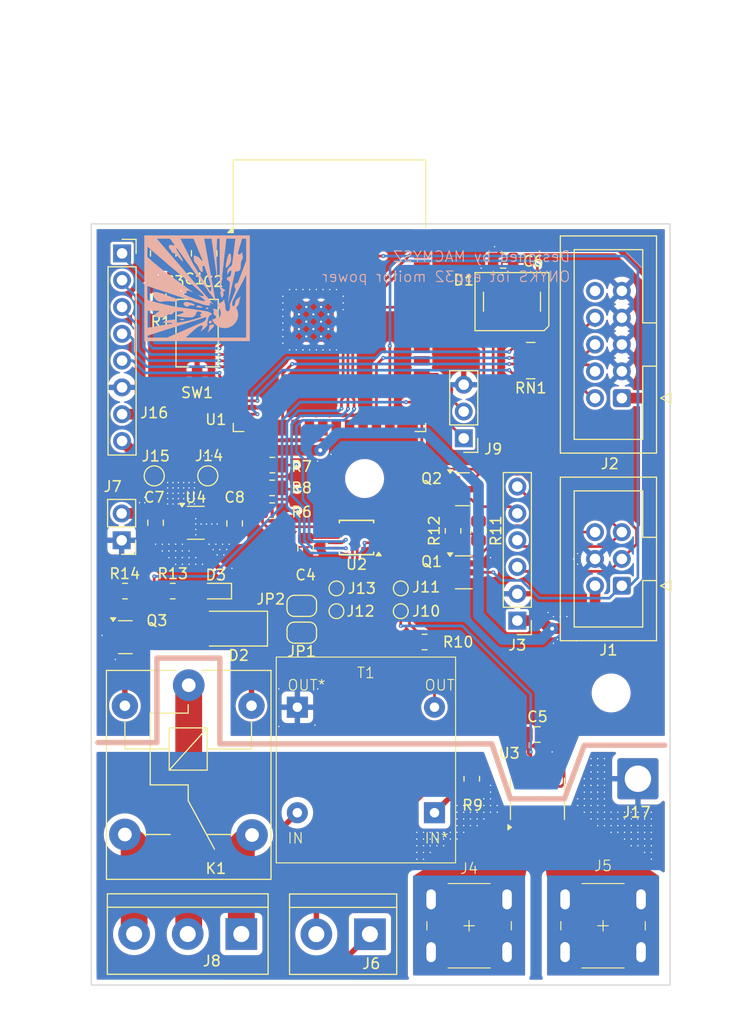
<source format=kicad_pcb>
(kicad_pcb (version 20240108) (generator "pcbnew") (generator_version "8.0")
  (layers (0 "F.Cu" signal) (31 "B.Cu" signal) (34 "B.Paste" user) (35 "F.Paste" user) (36 "B.SilkS" user "B.Silkscreen") (37 "F.SilkS" user "F.Silkscreen") (38 "B.Mask" user) (39 "F.Mask" user) (44 "Edge.Cuts" user))
  (net 0 "")
  (net 1 "GND")
  (net 2 "+3V3")
  (net 4 "/LED")
  (net 5 "/MTDO")
  (net 6 "/MTMS")
  (net 7 "/NC")
  (net 8 "/MTDI")
  (net 9 "/MTCK")
  (net 10 "/DTR")
  (net 11 "/TXD")
  (net 12 "/RXD")
  (net 13 "/RTS")
  (net 14 "/EN")
  (net 15 "Net-(Q1-B)")
  (net 16 "Net-(Q2-B)")
  (net 17 "/BOOT")
  (net 18 "Net-(J4-Pin_1)")
  (net 19 "Net-(T1-AA)")
  (net 20 "Net-(J5-Pin_1)")
  (net 21 "SDA")
  (net 27 "SCL")
  (net 28 "Net-(J9-Pin_2)")
  (net 29 "Net-(J9-Pin_1)")
  (net 31 "Net-(D2-A)")
  (net 32 "Net-(J8-Pin_2)")
  (net 33 "Net-(J8-Pin_3)")
  (net 34 "/ALERT")
  (net 35 "Net-(J8-Pin_1)")
  (net 36 "Net-(Q3-B)")
  (net 42 "/RELAY")
  (net 46 "/A3")
  (net 47 "/A0")
  (net 48 "/A1")
  (net 49 "/A2")
  (net 50 "Net-(J6-Pin_2)")
  (net 51 "Net-(J6-Pin_1)")
  (net 52 "Net-(U3-FILTER)")
  (net 53 "+5V")
  (net 55 "/FOUT4")
  (net 56 "/FOUT3")
  (net 57 "/FOUT5")
  (net 58 "/FOUT2")
  (net 59 "/FOUT1")
  (net 60 "Net-(D3-A)")
  (net 61 "Net-(RN1C-R3.2)")
  (net 62 "Net-(RN1D-R4.2)")
  (net 63 "Net-(RN1A-R1.2)")
  (net 64 "Net-(RN1B-R2.2)")
  (net 65 "Earth")
  (footprint "Button_Switch_SMD:SW_Tactile_SPST_NO_Straight_CK_PTS636Sx25SMTRLFS" (layer "F.Cu") (at 138.557 44.131 90)
    (property "Reference" "SW1")
    (property "Value" "reset")
  )
  (footprint "Jumper:SolderJumper-2_P1.3mm_Open_RoundedPad1.0x1.5mm" (layer "F.Cu") (at 148.478 69.977 180)
    (property "Reference" "JP2")
    (property "Value" "IF_NOT_USED")
  )
  (footprint "Package_TO_SOT_SMD:SOT-23" (layer "F.Cu") (at 131.76 72.9465)
    (property "Reference" "Q3")
    (property "Value" "MMBT2222A")
  )
  (footprint "Package_TO_SOT_SMD:SOT-23-5" (layer "F.Cu") (at 138.431927 62.105874)
    (property "Reference" "U4")
    (property "Value" "TLV75733PDBV")
  )
  (footprint "Connector_IDC:IDC-Header_2x03_P2.54mm_Vertical" (layer "F.Cu") (at 178.816 68.072 180)
    (property "Reference" "J1")
    (property "Value" "Uart_con")
  )
  (footprint "macmysz:ZMPT101B" (layer "F.Cu") (at 154.559 84.582)
    (property "Reference" "T1")
    (property "Value" "Transformer_1P_1S")
  )
  (footprint "Connector_PinHeader_2.54mm:PinHeader_1x02_P2.54mm_Vertical" (layer "F.Cu") (at 131.405926 63.762909 180)
    (property "Reference" "J7")
    (property "Value" "Conn_01x02")
  )
  (footprint "TestPoint:TestPoint_Pad_D1.0mm" (layer "F.Cu") (at 157.861 68.326 180)
    (property "Reference" "J11")
    (property "Value" "PAD")
  )
  (footprint "TerminalBlock:TerminalBlock_bornier-2_P5.08mm" (layer "F.Cu") (at 154.94 101.092 180)
    (property "Reference" "J6")
    (property "Value" "MAIN_VOLTAGE_INPUT")
  )
  (footprint "TestPoint:TestPoint_Pad_D1.0mm" (layer "F.Cu") (at 151.765 68.326)
    (property "Reference" "J13")
    (property "Value" "PAD" (hide yes))
  )
  (footprint "Resistor_SMD:R_0805_2012Metric" (layer "F.Cu") (at 134.874 40.64 90)
    (property "Reference" "R1")
    (property "Value" "10k")
  )
  (footprint "Resistor_SMD:R_0805_2012Metric" (layer "F.Cu") (at 162.819 62.865 90)
    (property "Reference" "R12")
    (property "Value" "10K")
  )
  (footprint "TestPoint:TestPoint_Pad_D1.0mm" (layer "F.Cu") (at 151.765 70.485)
    (property "Reference" "J12")
    (property "Value" "PAD" (hide yes))
  )
  (footprint "Resistor_SMD:R_0805_2012Metric" (layer "F.Cu") (at 136.2475 68.58)
    (property "Reference" "R13")
    (property "Value" "470")
  )
  (footprint "Jumper:SolderJumper-2_P1.3mm_Open_RoundedPad1.0x1.5mm" (layer "F.Cu") (at 148.478 72.517 180)
    (property "Reference" "JP1")
    (property "Value" "IF_NOT_USED")
  )
  (footprint "Capacitor_SMD:C_0805_2012Metric" (layer "F.Cu") (at 167.567891 37.236397)
    (property "Reference" "C6")
    (property "Value" "100n")
  )
  (footprint "TestPoint:TestPoint_Pad_D1.5mm" (layer "F.Cu") (at 139.573 57.658)
    (property "Reference" "J14")
    (property "Value" "+3V3_PAD")
  )
  (footprint "Capacitor_SMD:C_0805_2012Metric" (layer "F.Cu") (at 134.62 62.103 -90)
    (property "Reference" "C7")
    (property "Value" "10u")
  )
  (footprint "MountingHole:MountingHole_3.2mm_M3" (layer "F.Cu") (at 177.8 78.232)
    (property "Reference" "REF**" (hide yes))
    (property "Value" "MountingHole_3.2mm_M3")
  )
  (footprint "Connector_PinSocket_2.54mm:PinSocket_1x08_P2.54mm_Vertical" (layer "F.Cu") (at 131.445 36.576)
    (property "Reference" "J16")
    (property "Value" "FOUT_conn")
  )
  (footprint "Relay_THT:Relay_SPDT_SANYOU_SRD_Series_Form_C" (layer "F.Cu") (at 137.764 77.494 -90)
    (property "Reference" "K1")
    (property "Value" "SANYOU_SRD_Form_C")
  )
  (footprint "TestPoint:TestPoint_Pad_D1.0mm" (layer "F.Cu") (at 157.861 70.485 180)
    (property "Reference" "J10")
    (property "Value" "PAD")
  )
  (footprint "Resistor_SMD:R_0805_2012Metric" (layer "F.Cu") (at 131.7225 68.58 180)
    (property "Reference" "R14")
    (property "Value" "1K")
  )
  (footprint "Capacitor_SMD:C_0805_2012Metric" (layer "F.Cu") (at 142.113 62.169 -90)
    (property "Reference" "C8")
    (property "Value" "10u")
  )
  (footprint "Capacitor_SMD:C_0805_2012Metric" (layer "F.Cu") (at 148.844 64.516 -90)
    (property "Reference" "C4")
    (property "Value" "100n")
  )
  (footprint "Package_TO_SOT_SMD:SOT-23-3" (layer "F.Cu") (at 163.835 66.802)
    (property "Reference" "Q1")
    (property "Value" "SS8050")
  )
  (footprint "LED_SMD:LED_0603_1608Metric" (layer "F.Cu") (at 140.335 68.58 180)
    (property "Reference" "D3")
    (property "Value" "LED")
  )
  (footprint "TerminalBlock:TerminalBlock_bornier-3_P5.08mm" (layer "F.Cu") (at 142.748 101.077 180)
    (property "Reference" "J8")
    (property "Value" "Screw_Terminal_01x03")
  )
  (footprint "Connector_PinHeader_2.54mm:PinHeader_1x06_P2.54mm_Vertical" (layer "F.Cu") (at 168.91 71.374 180)
    (property "Reference" "J3")
    (property "Value" "UART_ONYKS")
  )
  (footprint "Connector_PinHeader_2.54mm:PinHeader_1x03_P2.54mm_Vertical" (layer "F.Cu") (at 163.83 54.102 180)
    (property "Reference" "J9")
    (property "Value" "UART2")
  )
  (footprint "LED_SMD:LED_WS2812B_PLCC4_5.0x5.0mm_P3.2mm" (layer "F.Cu") (at 168.402 41.148)
    (property "Reference" "D1")
    (property "Value" "WS2812B")
  )
  (footprint "Resistor_SMD:R_0805_2012Metric" (layer "F.Cu") (at 165.232 62.865 -90)
    (property "Reference" "R11")
    (property "Value" "10K")
  )
  (footprint "Resistor_SMD:R_0805_2012Metric" (layer "F.Cu") (at 145.669 58.801 180)
    (property "Reference" "R8")
    (property "Value" "10K")
  )
  (footprint "Resistor_SMD:R_Array_Concave_4x0603" (layer "F.Cu") (at 170.18 46.736 180)
    (property "Reference" "RN1")
    (property "Value" "100")
  )
  (footprint "Resistor_SMD:R_0805_2012Metric" (layer "F.Cu") (at 145.669 60.96)
    (property "Reference" "R6")
    (property "Value" "10K")
  )
  (footprint "Package_SO:SOIC-8_3.9x4.9mm_P1.27mm" (layer "F.Cu") (at 170.815 88.265 90)
    (property "Reference" "U3")
    (property "Value" "ACS712xLCTR-30A")
  )
  (footprint "Diode_SMD:D_SMA" (layer "F.Cu") (at 141.721909 72.136 180)
    (property "Reference" "D2")
    (property "Value" "D")
  )
  (footprint "Connector_Wire:SolderWire-2sqmm_1x01_D2mm_OD3.9mm" (layer "F.Cu") (at 180.34 86.36)
    (property "Reference" "J17")
    (property "Value" "Ground")
  )
  (footprint "Resistor_SMD:R_0805_2012Metric" (layer "F.Cu") (at 160.1235 73.406 180)
    (property "Reference" "R10")
    (property "Value" "1K4")
  )
  (footprint "TestPoint:TestPoint_Pad_D1.5mm" (layer "F.Cu") (at 134.493 57.658)
    (property "Reference" "J15")
    (property "Value" "+5V_PAD")
  )
  (footprint "Package_SO:TSSOP-10_3x3mm_P0.5mm" (layer "F.Cu") (at 153.67 63.5 180)
    (property "Reference" "U2")
    (property "Value" "ADS1115IDGS")
  )
  (footprint "macmysz:Screw Terminal M4 8x8" (layer "F.Cu") (at 164.338 106.292)
    (property "Reference" "J4")
    (property "Value" "I_SENS_IN")
  )
  (footprint "Capacitor_SMD:C_0805_2012Metric" (layer "F.Cu") (at 170.815 82.169)
    (property "Reference" "C5")
    (property "Value" "1n")
  )
  (footprint "Capacitor_SMD:C_0805_2012Metric" (layer "F.Cu") (at 137.287 36.576 -90)
    (property "Reference" "C1")
    (property "Value" "100n")
  )
  (footprint "Package_TO_SOT_SMD:SOT-23" (layer "F.Cu") (at 163.708 58.928)
    (property "Reference" "Q2")
    (property "Value" "SS8050")
  )
  (footprint "Connector_IDC:IDC-Header_2x05_P2.54mm_Vertical" (layer "F.Cu") (at 178.816 50.292 180)
    (property "Reference" "J2")
    (property "Value" "Jtag_con")
  )
  (footprint "Capacitor_SMD:C_0805_2012Metric" (layer "F.Cu") (at 134.874 36.576 -90)
    (property "Reference" "C3")
    (property "Value" "1u")
  )
  (footprint "Resistor_SMD:R_0805_2012Metric" (layer "F.Cu") (at 145.6925 56.642)
    (property "Reference" "R7")
    (property "Value" "10K")
  )
  (footprint "Resistor_SMD:R_0805_2012Metric" (layer "F.Cu") (at 164.592 86.36 -90)
    (property "Reference" "R9")
    (property "Value" "200K")
  )
  (footprint "RF_Module:ESP32-WROOM-32D" (layer "F.Cu") (at 151.106 43.58)
    (property "Reference" "U1")
    (property "Value" "ESP32-WROOM-32D")
  )
  (footprint "MountingHole:MountingHole_3.2mm_M3" (layer "F.Cu") (at 154.432 57.912)
    (property "Reference" "REF**" (hide yes))
    (property "Value" "MountingHole_3.2mm_M3")
  )
  (footprint "macmysz:Screw Terminal M4 8x8" (layer "F.Cu") (at 177.038 106.292)
    (property "Reference" "J5")
    (property "Value" "I_SENS_OUT")
  )
  (footprint "Capacitor_SMD:C_0805_2012Metric" (layer "F.Cu") (at 139.7 36.576 90)
    (property "Reference" "C2")
    (property "Value" "10u")
  )
  (footprint "macmysz:logo" (layer "B.Cu") (at 138.557 39.878 180)
    (property "Reference" "G***" (hide yes))
    (property "Value" "LOGO" (hide yes))
  )
  (gr_poly (pts (xy 171.196 89.789) (xy 171.196 91.694) (xy 171.831 95.758) (xy 171.831 104.902) (xy 182.245 104.902) (xy 182.245 95.631) (xy 173.609 89.789)) (stroke (width 0.2)) (fill solid) (layer "F.Cu") (net 20))
  (gr_poly (pts (xy 170.434 89.789) (xy 168.529 89.789) (xy 159.131 95.631) (xy 159.131 104.902) (xy 169.545 104.902) (xy 169.545 95.631) (xy 170.434 91.694)) (stroke (width 0.2)) (fill solid) (layer "F.Cu") (net 18))
  (gr_poly (pts (xy 169.545 104.902) (xy 169.545 95.631) (xy 159.131 95.631) (xy 159.131 104.902)) (stroke (width 0.2)) (fill solid) (layer "B.Cu") (net 18))
  (gr_poly (pts (xy 182.245 104.902) (xy 182.245 95.631) (xy 171.831 95.631) (xy 171.831 104.902)) (stroke (width 0.2)) (fill solid) (layer "B.Cu") (net 20))
  (gr_line (start 134.747 74.93) (end 134.747 82.931) (stroke (width 0.508)) (layer "B.SilkS"))
  (gr_line (start 170.815 88.265) (end 168.255 88.265) (stroke (width 0.508)) (layer "B.SilkS"))
  (gr_line (start 140.716 83.058) (end 140.716 74.93) (stroke (width 0.508)) (layer "B.SilkS"))
  (gr_line (start 134.747 82.931) (end 129.159 82.931) (stroke (width 0.508)) (layer "B.SilkS"))
  (gr_line (start 175.26 83.185) (end 182.88 83.185) (stroke (width 0.508)) (layer "B.SilkS"))
  (gr_line (start 168.255 88.265) (end 166.497 83.058) (stroke (width 0.508)) (layer "B.SilkS"))
  (gr_line (start 173.375 88.265) (end 175.26 83.185) (stroke (width 0.508)) (layer "B.SilkS"))
  (gr_line (start 166.497 83.058) (end 140.716 83.058) (stroke (width 0.508)) (layer "B.SilkS"))
  (gr_line (start 140.716 74.93) (end 134.874 74.93) (stroke (width 0.508)) (layer "B.SilkS"))
  (gr_line (start 170.805 88.265) (end 173.365 88.265) (stroke (width 0.508)) (layer "B.SilkS"))
  (gr_line (start 140.716 83.058) (end 140.716 74.93) (stroke (width 0.508)) (layer "F.SilkS"))
  (gr_line (start 170.815 88.265) (end 168.255 88.265) (stroke (width 0.508)) (layer "F.SilkS"))
  (gr_line (start 166.497 83.058) (end 140.716 83.058) (stroke (width 0.508)) (layer "F.SilkS"))
  (gr_line (start 140.716 74.93) (end 134.874 74.93) (stroke (width 0.508)) (layer "F.SilkS"))
  (gr_line (start 173.375 88.265) (end 175.26 83.185) (stroke (width 0.508)) (layer "F.SilkS"))
  (gr_line (start 134.747 74.93) (end 134.747 82.931) (stroke (width 0.508)) (layer "F.SilkS"))
  (gr_line (start 168.255 88.265) (end 166.497 83.058) (stroke (width 0.508)) (layer "F.SilkS"))
  (gr_line (start 170.805 88.265) (end 173.365 88.265) (stroke (width 0.508)) (layer "F.SilkS"))
  (gr_line (start 134.747 82.931) (end 129.159 82.931) (stroke (width 0.508)) (layer "F.SilkS"))
  (gr_line (start 175.26 83.185) (end 182.88 83.185) (stroke (width 0.508)) (layer "F.SilkS"))
  (gr_rect (start 128.524 33.782) (end 183.381 105.908) (stroke (width 0.1)) (fill none) (layer "Edge.Cuts"))
  (gr_text "ONYKS iot esp32 moitor power" (at 173.99 39.37 0) (layer "B.SilkS") (effects (font (size 1 1) (thickness 0.1)) (justify left bottom mirror)))
  (gr_text "Designed by MACMYSZ" (at 173.99 37.465 0) (layer "B.SilkS") (effects (font (size 1 1) (thickness 0.1)) (justify left bottom mirror)))
  (via (at 148.59 40.005) (size 0.381) (drill 0.127) (layers "F.Cu" "B.Cu") (net 1))
  (via (at 137.795 64.77) (size 0.381) (drill 0.127) (layers "F.Cu" "B.Cu") (net 1))
  (via (at 136.779 58.801) (size 0.381) (drill 0.127) (layers "F.Cu" "B.Cu") (net 1))
  (via (at 146.685 42.545) (size 0.381) (drill 0.127) (layers "F.Cu" "B.Cu") (net 1))
  (via (at 135.255 64.77) (size 0.381) (drill 0.127) (layers "F.Cu" "B.Cu") (net 1))
  (via (at 136.271 58.801) (size 0.381) (drill 0.127) (layers "F.Cu" "B.Cu") (net 1))
  (via (at 174.498 73.279) (size 0.381) (drill 0.127) (layers "F.Cu" "B.Cu") (net 1))
  (via (at 137.287 59.309) (size 0.381) (drill 0.127) (layers "F.Cu" "B.Cu") (net 1))
  (via (at 137.16 66.04) (size 0.381) (drill 0.127) (layers "F.Cu" "B.Cu") (net 1))
  (via (at 172.72 73.152) (size 0.381) (drill 0.127) (layers "F.Cu" "B.Cu") (net 1))
  (via (at 166.751 35.941) (size 0.381) (drill 0.127) (layers "F.Cu" "B.Cu") (net 1))
  (via (at 138.938 62.23) (size 0.381) (drill 0.127) (layers "F.Cu" "B.Cu") (net 1))
  (via (at 174.625 65.024) (size 0.381) (drill 0.127) (layers "F.Cu" "B.Cu") (net 1))
  (via (at 151.765 40.005) (size 0.381) (drill 0.127) (layers "F.Cu" "B.Cu") (net 1))
  (via (at 138.303 59.817) (size 0.381) (drill 0.127) (layers "F.Cu" "B.Cu") (net 1))
  (via (at 136.525 65.405) (size 0.381) (drill 0.127) (layers "F.Cu" "B.Cu") (net 1))
  (via (at 149.86 40.005) (size 0.381) (drill 0.127) (layers "F.Cu" "B.Cu") (net 1))
  (via (at 135.255 64.135) (size 0.381) (drill 0.127) (layers "F.Cu" "B.Cu") (net 1))
  (via (at 136.779 59.817) (size 0.381) (drill 0.127) (layers "F.Cu" "B.Cu") (net 1))
  (via (at 140.081 64.643) (size 0.381) (drill 0.127) (layers "F.Cu" "B.Cu") (net 1))
  (via (at 141.097 65.151) (size 0.381) (drill 0.127) (layers "F.Cu" "B.Cu") (net 1))
  (via (at 138.303 58.801) (size 0.381) (drill 0.127) (layers "F.Cu" "B.Cu") (net 1))
  (via (at 138.43 63.246) (size 0.381) (drill 0.127) (layers "F.Cu" "B.Cu") (net 1))
  (via (at 141.351 64.643) (size 0.381) (drill 0.127) (layers "F.Cu" "B.Cu") (net 1))
  (via (at 133.604 59.69) (size 0.381) (drill 0.127) (layers "F.Cu" "B.Cu") (net 1))
  (via (at 137.795 59.817) (size 0.381) (drill 0.127) (layers "F.Cu" "B.Cu") (net 1))
  (via (at 140.462 65.151) (size 0.381) (drill 0.127) (layers "F.Cu" "B.Cu") (net 1))
  (via (at 136.271 59.309) (size 0.381) (drill 0.127) (layers "F.Cu" "B.Cu") (net 1))
  (via (at 149.987 77.851) (size 0.381) (drill 0.127) (layers "F.Cu" "B.Cu") (net 1))
  (via (at 138.43 65.405) (size 0.381) (drill 0.127) (layers "F.Cu" "B.Cu") (net 1))
  (via (at 141.859 66.421) (size 0.381) (drill 0.127) (layers "F.Cu" "B.Cu") (net 1))
  (via (at 147.955 45.72) (size 0.381) (drill 0.127) (layers "F.Cu" "B.Cu") (net 1))
  (via (at 136.779 58.293) (size 0.381) (drill 0.127) (layers "F.Cu" "B.Cu") (net 1))
  (via (at 137.287 58.801) (size 0.381) (drill 0.127) (layers "F.Cu" "B.Cu") (net 1))
  (via (at 133.604 60.198) (size 0.381) (drill 0.127) (layers "F.Cu" "B.Cu") (net 1))
  (via (at 146.685 45.085) (size 0.381) (drill 0.127) (layers "F.Cu" "B.Cu") (net 1))
  (via (at 135.89 65.405) (size 0.381) (drill 0.127) (layers "F.Cu" "B.Cu") (net 1))
  (via (at 139.7 64.135) (size 0.381) (drill 0.127) (layers "F.Cu" "B.Cu") (net 1))
  (via (at 136.271 58.293) (size 0.381) (drill 0.127) (layers "F.Cu" "B.Cu") (net 1))
  (via (at 137.795 58.801) (size 0.381) (drill 0.127) (layers "F.Cu" "B.Cu") (net 1))
  (via (at 150.495 40.005) (size 0.381) (drill 0.127) (layers "F.Cu" "B.Cu") (net 1))
  (via (at 146.304 81.407) (size 0.381) (drill 0.127) (layers "F.Cu" "B.Cu") (net 1))
  (via (at 130.81 75.057) (size 0.381) (drill 0.127) (layers "F.Cu" "B.Cu") (net 1))
  (via (at 141.605 64.135) (size 0.381) (drill 0.127) (layers "F.Cu" "B.Cu") (net 1))
  (via (at 137.795 65.405) (size 0.381) (drill 0.127) (layers "F.Cu" "B.Cu") (net 1))
  (via (at 137.795 66.04) (size 0.381) (drill 0.127) (layers "F.Cu" "B.Cu") (net 1))
  (via (at 140.716 64.643) (size 0.381) (drill 0.127) (layers "F.Cu" "B.Cu") (net 1))
  (via (at 137.16 64.135) (size 0.381) (drill 0.127) (layers "F.Cu" "B.Cu") (net 1))
  (via (at 173.609 70.993) (size 0.381) (drill 0.127) (layers "F.Cu" "B.Cu") (net 1))
  (via (at 138.43 61.722) (size 0.381) (drill 0.127) (layers "F.Cu" "B.Cu") (net 1))
  (via (at 152.4 41.275) (size 0.381) (drill 0.127) (layers "F.Cu" "B.Cu") (net 1))
  (via (at 135.89 64.135) (size 0.381) (drill 0.127) (layers "F.Cu" "B.Cu") (net 1))
  (via (at 140.462 62.23) (size 0.381) (drill 0.127) (layers "F.Cu" "B.Cu") (net 1))
  (via (at 149.733 81.28) (size 0.381) (drill 0.127) (layers "F.Cu" "B.Cu") (net 1))
  (via (at 138.303 60.325) (size 0.381) (drill 0.127) (layers "F.Cu" "B.Cu") (net 1))
  (via (at 138.303 59.309) (size 0.381) (drill 0.127) (layers "F.Cu" "B.Cu") (net 1))
  (via (at 147.32 40.005) (size 0.381) (drill 0.127) (layers "F.Cu" "B.Cu") (net 1))
  (via (at 151.257 55.626) (size 0.381) (drill 0.127) (layers "F.Cu" "B.Cu") (net 1))
  (via (at 135.763 60.325) (size 0.381) (drill 0.127) (layers "F.Cu" "B.Cu") (net 1))
  (via (at 136.525 64.135) (size 0.381) (drill 0.127) (layers "F.Cu" "B.Cu") (net 1))
  (via (at 137.16 64.77) (size 0.381) (drill 0.127) (layers "F.Cu" "B.Cu") (net 1))
  (via (at 174.244 65.532) (size 0.381) (drill 0.127) (layers "F.Cu" "B.Cu") (net 1))
  (via (at 135.763 59.309) (size 0.381) (drill 0.127) (layers "F.Cu" "B.Cu") (net 1))
  (via (at 139.192 55.753) (size 0.381) (drill 0.127) (layers "F.Cu" "B.Cu") (net 1))
  (via (at 135.763 59.817) (size 0.381) (drill 0.127) (layers "F.Cu" "B.Cu") (net 1))
  (via (at 151.13 40.005) (size 0.381) (drill 0.127) (layers "F.Cu" "B.Cu") (net 1))
  (via (at 134.62 64.135) (size 0.381) (drill 0.127) (layers "F.Cu" "B.Cu") (net 1))
  (via (at 146.685 41.91) (size 0.381) (drill 0.127) (layers "F.Cu" "B.Cu") (net 1))
  (via (at 146.685 44.45) (size 0.381) (drill 0.127) (layers "F.Cu" "B.Cu") (net 1))
  (via (at 137.287 59.817) (size 0.381) (drill 0.127) (layers "F.Cu" "B.Cu") (net 1))
  (via (at 138.303 58.293) (size 0.381) (drill 0.127) (layers "F.Cu" "B.Cu") (net 1))
  (via (at 172.974 70.993) (size 0.381) (drill 0.127) (layers "F.Cu" "B.Cu") (net 1))
  (via (at 135.763 58.801) (size 0.381) (drill 0.127) (layers "F.Cu" "B.Cu") (net 1))
  (via (at 140.335 64.135) (size 0.381) (drill 0.127) (layers "F.Cu" "B.Cu") (net 1))
  (via (at 147.955 40.005) (size 0.381) (drill 0.127) (layers "F.Cu" "B.Cu") (net 1))
  (via (at 140.716 67.437) (size 0.381) (drill 0.127) (layers "F.Cu" "B.Cu") (net 1))
  (via (at 138.43 62.23) (size 0.381) (drill 0.127) (layers "F.Cu" "B.Cu") (net 1))
  (via (at 139.446 62.23) (size 0.381) (drill 0.127) (layers "F.Cu" "B.Cu") (net 1))
  (via (at 172.339 70.993) (size 0.381) (drill 0.127) (layers "F.Cu" "B.Cu") (net 1))
  (via (at 146.304 77.851) (size 0.381) (drill 0.127) (layers "F.Cu" "B.Cu") (net 1))
  (via (at 150.495 45.72) (size 0.381) (drill 0.127) (layers "F.Cu" "B.Cu") (net 1))
  (via (at 139.065 66.04) (size 0.381) (drill 0.127) (layers "F.Cu" "B.Cu") (net 1))
  (via (at 135.89 64.77) (size 0.381) (drill 0.127) (layers "F.Cu" "B.Cu") (net 1))
  (via (at 136.525 64.77) (size 0.381) (drill 0.127) (layers "F.Cu" "B.Cu") (net 1))
  (via (at 136.779 60.325) (size 0.381) (drill 0.127) (layers "F.Cu" "B.Cu") (net 1))
  (via (at 146.685 43.18) (size 0.381) (drill 0.127) (layers "F.Cu" "B.Cu") (net 1))
  (via (at 146.685 40.64) (size 0.381) (drill 0.127) (layers "F.Cu" "B.Cu") (net 1))
  (via (at 137.16 65.405) (size 0.381) (drill 0.127) (layers "F.Cu" "B.Cu") (net 1))
  (via (at 136.525 66.04) (size 0.381) (drill 0.127) (layers "F.Cu" "B.Cu") (net 1))
  (via (at 139.7 66.548) (size 0.381) (drill 0.127) (layers "F.Cu" "B.Cu") (net 1))
  (via (at 148.59 45.72) (size 0.381) (drill 0.127) (layers "F.Cu" "B.Cu") (net 1))
  (via (at 151.765 45.72) (size 0.381) (drill 0.127) (layers "F.Cu" "B.Cu") (net 1))
  (via (at 149.86 45.72) (size 0.381) (drill 0.127) (layers "F.Cu" "B.Cu") (net 1))
  (via (at 135.763 58.293) (size 0.381) (drill 0.127) (layers "F.Cu" "B.Cu") (net 1))
  (via (at 152.4 41.91) (size 0.381) (drill 0.127) (layers "F.Cu" "B.Cu") (net 1))
  (via (at 139.573 56.134) (size 0.381) (drill 0.127) (layers "F.Cu" "B.Cu") (net 1))
  (via (at 149.225 40.005) (size 0.381) (drill 0.127) (layers "F.Cu" "B.Cu") (net 1))
  (via (at 138.43 66.04) (size 0.381) (drill 0.127) (layers "F.Cu" "B.Cu") (net 1))
  (via (at 129.54 72.771) (size 0.381) (drill 0.127) (layers "F.Cu" "B.Cu") (net 1))
  (via (at 139.954 62.23) (size 0.381) (drill 0.127) (layers "F.Cu" "B.Cu") (net 1))
  (via (at 174.625 66.04) (size 0.381) (drill 0.127) (layers "F.Cu" "B.Cu") (net 1))
  (via (at 171.831 70.612) (size 0.381) (drill 0.127) (layers "F.Cu" "B.Cu") (net 1))
  (via (at 140.97 64.135) (size 0.381) (drill 0.127) (layers "F.Cu" "B.Cu") (net 1))
  (via (at 165.481 37.973) (size 0.381) (drill 0.127) (layers "F.Cu" "B.Cu") (net 1))
  (via (at 139.954 55.753) (size 0.381) (drill 0.127) (layers "F.Cu" "B.Cu") (net 1))
  (via (at 167.513 38.608) (size 0.381) (drill 0.127) (layers "F.Cu" "B.Cu") (net 1))
  (via (at 137.795 60.325) (size 0.381) (drill 0.127) (layers "F.Cu" "B.Cu") (net 1))
  (via (at 172.212 83.82) (size 0.381) (drill 0.127) (layers "F.Cu" "B.Cu") (net 1))
  (via (at 136.271 60.325) (size 0.381) (drill 0.127) (layers "F.Cu" "B.Cu") (net 1))
  (via (at 136.271 59.817) (size 0.381) (drill 0.127) (layers "F.Cu" "B.Cu") (net 1))
  (via (at 172.339 73.533) (size 0.381) (drill 0.127) (layers "F.Cu" "B.Cu") (net 1))
  (via (at 137.795 59.309) (size 0.381) (drill 0.127) (layers "F.Cu" "B.Cu") (net 1))
  (via (at 166.37 65.405) (size 0.381) (drill 0.127) (layers "F.Cu" "B.Cu") (net 1))
  (via (at 137.287 60.325) (size 0.381) (drill 0.127) (layers "F.Cu" "B.Cu") (net 1))
  (via (at 149.225 45.72) (size 0.381) (drill 0.127) (layers "F.Cu" "B.Cu") (net 1))
  (via (at 147.32 45.72) (size 0.381) (drill 0.127) (layers "F.Cu" "B.Cu") (net 1))
  (via (at 133.096 60.198) (size 0.381) (drill 0.127) (layers "F.Cu" "B.Cu") (net 1))
  (via (at 146.685 41.275) (size 0.381) (drill 0.127) (layers "F.Cu" "B.Cu") (net 1))
  (via (at 138.43 62.738) (size 0.381) (drill 0.127) (layers "F.Cu" "B.Cu") (net 1))
  (via (at 137.287 58.293) (size 0.381) (drill 0.127) (layers "F.Cu" "B.Cu") (net 1))
  (via (at 152.4 40.64) (size 0.381) (drill 0.127) (layers "F.Cu" "B.Cu") (net 1))
  (via (at 151.13 45.72) (size 0.381) (drill 0.127) (layers "F.Cu" "B.Cu") (net 1))
  (via (at 136.779 59.309) (size 0.381) (drill 0.127) (layers "F.Cu" "B.Cu") (net 1))
  (via (at 149.987 56.261) (size 0.381) (drill 0.127) (layers "F.Cu" "B.Cu") (net 1))
  (via (at 146.685 43.815) (size 0.381) (drill 0.127) (layers "F.Cu" "B.Cu") (net 1))
  (via (at 137.795 58.293) (size 0.381) (drill 0.127) (layers "F.Cu" "B.Cu") (net 1))
  (segment (start 144.7565 58.801) (end 144.7565 56.6655) (width 0.635) (layer "F.Cu") (net 2))
  (segment (start 151.52 63.5) (end 150.368 63.5) (width 0.254) (layer "F.Cu") (net 2))
  (segment (start 166.617891 38.832109) (end 165.952 39.498) (width 0.508) (layer "F.Cu") (net 2))
  (segment (start 142.049874 61.155874) (end 142.113 61.219) (width 1.016) (layer "F.Cu") (net 2))
  (segment (start 181.307 71.169) (end 180.34 72.136) (width 1.016) (layer "F.Cu") (net 2))
  (segment (start 148.91 63.5) (end 148.844 63.566) (width 0.254) (layer "F.Cu") (net 2))
  (segment (start 144.78 58.7775) (end 144.7565 58.801) (width 0.508) (layer "F.Cu") (net 2))
  (segment (start 144.4975 61.219) (end 144.7565 60.96) (width 0.635) (layer "F.Cu") (net 2))
  (segment (start 141.351 36.6) (end 142.356 36.6) (width 1.016) (layer "F.Cu") (net 2))
  (segment (start 139.573 57.658) (end 133.731 51.816) (width 1.016) (layer "F.Cu") (net 2))
  (segment (start 139.573 57.658) (end 141.997 55.234) (width 1.016) (layer "F.Cu") (net 2))
  (segment (start 173.071736 87.092) (end 173.347 86.816736) (width 0.254) (layer "F.Cu") (net 2))
  (segment (start 137.287 37.526) (end 139.7 37.526) (width 1.016) (layer "F.Cu") (net 2))
  (segment (start 139.573 61.152301) (end 139.569427 61.155874) (width 1.016) (layer "F.Cu") (net 2))
  (segment (start 139.569427 61.155874) (end 142.049874 61.155874) (width 1.016) (layer "F.Cu") (net 2))
  (segment (start 168.91 86.764999) (end 169.237001 87.092) (width 0.254) (layer "F.Cu") (net 2))
  (segment (start 181.307 50.292) (end 181.307 71.169) (width 1.016) (layer "F.Cu") (net 2))
  (segment (start 176.276 72.136) (end 177.546 72.136) (width 1.016) (layer "F.Cu") (net 2))
  (segment (start 144.7565 60.96) (end 144.7565 58.801) (width 0.635) (layer "F.Cu") (net 2))
  (segment (start 150.368 63.119) (end 150.368 63.5) (width 0.254) (layer "F.Cu") (net 2))
  (segment (start 171.958 72.136) (end 171.196 71.374) (width 1.016) (layer "F.Cu") (net 2))
  (segment (start 177.546 72.136) (end 173.863 72.136) (width 1.016) (layer "F.Cu") (net 2))
  (segment (start 166.617891 37.236397) (end 166.617891 37.077891) (width 0.508) (layer "F.Cu") (net 2))
  (segment (start 173.347 73.541) (end 173.863 73.025) (width 0.254) (layer "F.Cu") (net 2))
  (segment (start 134.174 39.7275) (end 133.1595 40.742) (width 1.016) (layer "F.Cu") (net 2))
  (segment (start 140.425 37.526) (end 141.351 36.6) (width 1.016) (layer "F.Cu") (net 2))
  (segment (start 135.0855 39.7275) (end 137.287 37.526) (width 1.016) (layer "F.Cu") (net 2))
  (segment (start 133.731 51.816) (end 131.445 51.816) (width 1.016) (layer "F.Cu") (net 2))
  (segment (start 173.347 86.816736) (end 173.347 73.541) (width 0.254) (layer "F.Cu") (net 2))
  (segment (start 166.617891 37.236397) (end 167.796891 36.057397) (width 0.508) (layer "F.Cu") (net 2))
  (segment (start 144.7565 60.96) (end 144.7565 62.0795) (width 0.254) (layer "F.Cu") (net 2))
  (segment (start 142.113 61.219) (end 144.4975 61.219) (width 0.635) (layer "F.Cu") (net 2))
  (segment (start 181.307 38.94) (end 181.307 50.292) (width 0.508) (layer "F.Cu") (net 2))
  (segment (start 173.863 73.025) (end 173.863 72.136) (width 0.254) (layer "F.Cu") (net 2))
  (segment (start 178.424397 36.057397) (end 181.307 38.94) (width 0.508) (layer "F.Cu") (net 2))
  (segment (start 173.863 72.136) (end 171.958 72.136) (width 1.016) (layer "F.Cu") (net 2))
  (segment (start 139.573 57.658) (end 139.573 61.152301) (width 1.016) (layer "F.Cu") (net 2))
  (segment (start 145.161 62.484) (end 149.733 62.484) (width 0.254) (layer "F.Cu") (net 2))
  (segment (start 134.874 39.7275) (end 134.174 39.7275) (width 1.016) (layer "F.Cu") (net 2))
  (segment (start 150.368 63.5) (end 148.91 63.5) (width 0.254) (layer "F.Cu") (net 2))
  (segment (start 167.796891 36.057397) (end 178.424397 36.057397) (width 0.508) (layer "F.Cu") (net 2))
  (segment (start 168.91 85.79) (end 168.91 86.764999) (width 0.254) (layer "F.Cu") (net 2))
  (segment (start 180.34 72.136) (end 177.546 72.136) (width 1.016) (layer "F.Cu") (net 2))
  (segment (start 181.307 50.292) (end 178.816 50.292) (width 1.016) (layer "F.Cu") (net 2))
  (segment (start 141.997 55.234) (end 150.23 55.234) (width 1.016) (layer "F.Cu") (net 2))
  (segment (start 144.7565 62.0795) (end 145.161 62.484) (width 0.254) (layer "F.Cu") (net 2))
  (segment (start 169.237001 87.092) (end 173.071736 87.092) (width 0.254) (layer "F.Cu") (net 2))
  (segment (start 133.1595 40.742) (end 133.1595 51.2445) (width 1.016) (layer "F.Cu") (net 2))
  (segment (start 134.874 39.7275) (end 135.0855 39.7275) (width 1.016) (layer "F.Cu") (net 2))
  (segment (start 139.7 37.526) (end 140.425 37.526) (width 1.016) (layer "F.Cu") (net 2))
  (segment (start 133.1595 51.2445) (end 133.731 51.816) (width 1.016) (layer "F.Cu") (net 2))
  (segment (start 149.733 62.484) (end 150.368 63.119) (width 0.254) (layer "F.Cu") (net 2))
  (segment (start 144.7565 56.6655) (end 144.78 56.642) (width 0.635) (layer "F.Cu") (net 2))
  (segment (start 166.617891 37.236397) (end 166.617891 38.832109) (width 0.508) (layer "F.Cu") (net 2))
  (segment (start 176.276 68.072) (end 176.276 72.136) (width 1.016) (layer "F.Cu") (net 2))
  (segment (start 171.196 71.374) (end 168.91 71.374) (width 1.016) (layer "F.Cu") (net 2))
  (via (at 150.23 55.234) (size 1.143) (drill 0.381) (layers "F.Cu" "B.Cu") (net 2))
  (via (at 172.212 72.136) (size 1.143) (drill 0.381) (layers "F.Cu" "B.Cu") (net 2))
  (segment (start 167.513 73.152) (end 171.196 73.152) (width 1.016) (layer "B.Cu") (net 2))
  (segment (start 165.227 70.866) (end 167.513 73.152) (width 1.016) (layer "B.Cu") (net 2))
  (segment (start 150.23 55.234) (end 151.87 53.594) (width 1.016) (layer "B.Cu") (net 2))
  (segment (start 151.87 53.594) (end 160.274 53.594) (width 1.016) (layer "B.Cu") (net 2))
  (segment (start 171.196 73.152) (end 172.212 72.136) (width 1.016) (layer "B.Cu") (net 2))
  (segment (start 160.274 53.594) (end 165.227 58.547) (width 1.016) (layer "B.Cu") (net 2))
  (segment (start 165.227 58.547) (end 165.227 70.866) (width 1.016) (layer "B.Cu") (net 2))
  (segment (start 170.815 37.719) (end 170.815 39.461) (width 0.254) (layer "F.Cu") (net 4))
  (segment (start 170.815 39.461) (end 170.852 39.498) (width 0.254) (layer "F.Cu") (net 4))
  (segment (start 156.826 53.09) (end 156.826 45.339) (width 0.254) (layer "F.Cu") (net 4))
  (via (at 156.826 45.339) (size 0.381) (drill 0.127) (layers "F.Cu" "B.Cu") (net 4))
  (via (at 170.815 37.719) (size 0.381) (drill 0.127) (layers "F.Cu" "B.Cu") (net 4))
  (segment (start 156.845 45.32) (end 156.845 37.846) (width 0.254) (layer "B.Cu") (net 4))
  (segment (start 156.845 37.846) (end 157.407 37.284) (width 0.254) (layer "B.Cu") (net 4))
  (segment (start 156.826 45.339) (end 156.845 45.32) (width 0.254) (layer "B.Cu") (net 4))
  (segment (start 157.407 37.284) (end 170.38 37.284) (width 0.254) (layer "B.Cu") (net 4))
  (segment (start 170.38 37.284) (end 170.815 37.719) (width 0.254) (layer "B.Cu") (net 4))
  (segment (start 175.152 46.336) (end 176.276 45.212) (width 0.254) (layer "F.Cu") (net 5))
  (segment (start 171.03 46.336) (end 175.152 46.336) (width 0.254) (layer "F.Cu") (net 5))
  (segment (start 173.666 47.936) (end 176.022 50.292) (width 0.254) (layer "F.Cu") (net 6))
  (segment (start 176.022 50.292) (end 176.276 50.292) (width 0.254) (layer "F.Cu") (net 6))
  (segment (start 171.03 47.936) (end 173.666 47.936) (width 0.254) (layer "F.Cu") (net 6))
  (segment (start 176.276 43.434) (end 176.276 42.672) (width 0.254) (layer "F.Cu") (net 8))
  (segment (start 173.412 45.536) (end 176.276 42.672) (width 0.254) (layer "F.Cu") (net 8))
  (segment (start 171.03 45.536) (end 173.412 45.536) (width 0.254) (layer "F.Cu") (net 8))
  (segment (start 171.03 47.136) (end 175.66 47.136) (width 0.254) (layer "F.Cu") (net 9))
  (segment (start 175.66 47.136) (end 176.276 47.752) (width 0.254) (layer "F.Cu") (net 9))
  (segment (start 165.232 61.9525) (end 165.232 60.584) (width 0.254) (layer "F.Cu") (net 10))
  (segment (start 164.526 59.878) (end 162.7705 59.878) (width 0.254) (layer "F.Cu") (net 10))
  (segment (start 168.275 60.579) (end 165.237 60.579) (width 0.254) (layer "F.Cu") (net 10))
  (segment (start 165.237 60.579) (end 165.232 60.584) (width 0.254) (layer "F.Cu") (net 10))
  (segment (start 165.232 60.584) (end 164.526 59.878) (width 0.254) (layer "F.Cu") (net 10))
  (segment (start 168.91 61.214) (end 168.275 60.579) (width 0.254) (layer "F.Cu") (net 10))
  (segment (start 177.639 66.709) (end 178.816 65.532) (width 0.254) (layer "F.Cu") (net 11))
  (segment (start 160.679 39.14) (end 166.624 45.085) (width 0.254) (layer "F.Cu") (net 11))
  (segment (start 166.624 49.13547) (end 180.213 62.72447) (width 0.254) (layer "F.Cu") (net 11))
  (segment (start 166.624 45.085) (end 166.624 49.13547) (width 0.254) (layer "F.Cu") (net 11))
  (segment (start 180.213 62.72447) (end 180.213 64.135) (width 0.254) (layer "F.Cu") (net 11))
  (segment (start 159.856 39.14) (end 160.679 39.14) (width 0.254) (layer "F.Cu") (net 11))
  (segment (start 180.213 64.135) (end 178.816 65.532) (width 0.254) (layer "F.Cu") (net 11))
  (segment (start 168.91 66.294) (end 169.325 66.709) (width 0.254) (layer "F.Cu") (net 11))
  (segment (start 169.325 66.709) (end 177.639 66.709) (width 0.254) (layer "F.Cu") (net 11))
  (segment (start 178.816 62.992) (end 177.453 64.355) (width 0.254) (layer "F.Cu") (net 12))
  (segment (start 177.453 64.355) (end 169.511 64.355) (width 0.254) (layer "F.Cu") (net 12))
  (segment (start 165.735 45.593) (end 165.735 49.911) (width 0.254) (layer "F.Cu") (net 12))
  (segment (start 165.735 49.911) (end 178.816 62.992) (width 0.254) (layer "F.Cu") (net 12))
  (segment (start 169.511 64.355) (end 168.91 63.754) (width 0.254) (layer "F.Cu") (net 12))
  (segment (start 159.856 40.41) (end 160.552 40.41) (width 0.254) (layer "F.Cu") (net 12))
  (segment (start 160.552 40.41) (end 165.735 45.593) (width 0.254) (layer "F.Cu") (net 12))
  (segment (start 163.687 66.7625) (end 163.687 65.278) (width 0.254) (layer "F.Cu") (net 13))
  (segment (start 163.687 64.6455) (end 162.819 63.7775) (width 0.254) (layer "F.Cu") (net 13))
  (segment (start 169.39753 62.391) (end 170.18 61.60853) (width 0.254) (layer "F.Cu") (net 13))
  (segment (start 163.687 65.278) (end 165.266928 65.278) (width 0.254) (layer "F.Cu") (net 13))
  (segment (start 162.6975 67.752) (end 163.687 66.7625) (width 0.254) (layer "F.Cu") (net 13))
  (segment (start 165.266928 65.278) (end 168.153928 62.391) (width 0.254) (layer "F.Cu") (net 13))
  (segment (start 168.153928 62.391) (end 169.39753 62.391) (width 0.254) (layer "F.Cu") (net 13))
  (segment (start 163.687 65.278) (end 163.687 64.6455) (width 0.254) (layer "F.Cu") (net 13))
  (segment (start 170.18 61.60853) (end 170.18 59.944) (width 0.254) (layer "F.Cu") (net 13))
  (segment (start 170.18 59.944) (end 168.91 58.674) (width 0.254) (layer "F.Cu") (net 13))
  (segment (start 143.74 37.87) (end 144.145 37.465) (width 0.254) (layer "F.Cu") (net 14))
  (segment (start 142.52 37.87) (end 141.516 37.87) (width 0.254) (layer "F.Cu") (net 14))
  (segment (start 137.033 40.132) (end 137.541 40.132) (width 0.254) (layer "F.Cu") (net 14))
  (segment (start 136.3745 41.5525) (end 137.541 40.386) (width 0.254) (layer "F.Cu") (net 14))
  (segment (start 137.541 40.132) (end 138.433 40.132) (width 0.254) (layer "F.Cu") (net 14))
  (segment (start 153.67 36.83) (end 156.21 36.83) (width 0.254) (layer "F.Cu") (net 14))
  (segment (start 166.624 66.802) (end 164.9725 66.802) (width 0.254) (layer "F.Cu") (net 14))
  (segment (start 141.516 37.87) (end 140.778 38.608) (width 0.254) (layer "F.Cu") (net 14))
  (segment (start 153.035 37.465) (end 153.67 36.83) (width 0.254) (layer "F.Cu") (net 14))
  (segment (start 139.065 38.608) (end 138.557 39.116) (width 0.254) (layer "F.Cu") (net 14))
  (segment (start 137.541 40.386) (end 137.541 40.132) (width 0.254) (layer "F.Cu") (net 14))
  (segment (start 142.356 37.87) (end 143.74 37.87) (width 0.254) (layer "F.Cu") (net 14))
  (segment (start 140.778 38.608) (end 139.065 38.608) (width 0.254) (layer "F.Cu") (net 14))
  (segment (start 134.874 41.5525) (end 136.3745 41.5525) (width 0.254) (layer "F.Cu") (net 14))
  (segment (start 138.557 39.116) (end 138.557 40.256) (width 0.254) (layer "F.Cu") (net 14))
  (segment (start 134.874 38.608) (end 134.874 37.526) (width 0.254) (layer "F.Cu") (net 14))
  (segment (start 144.145 37.465) (end 153.035 37.465) (width 0.254) (layer "F.Cu") (net 14))
  (via (at 156.21 36.83) (size 0.381) (drill 0.127) (layers "F.Cu" "B.Cu") (net 14))
  (via (at 134.874 38.608) (size 0.381) (drill 0.127) (layers "F.Cu" "B.Cu") (net 14))
  (via (at 166.624 66.802) (size 0.381) (drill 0.127) (layers "F.Cu" "B.Cu") (net 14))
  (via (at 137.033 40.132) (size 0.381) (drill 0.127) (layers "F.Cu" "B.Cu") (net 14))
  (segment (start 169.30453 67.564) (end 167.386 67.564) (width 0.254) (layer "B.Cu") (net 14))
  (segment (start 178.816 68.072) (end 177.639 69.249) (width 0.254) (layer "B.Cu") (net 14))
  (segment (start 135.509 38.608) (end 137.033 40.132) (width 0.254) (layer "B.Cu") (net 14))
  (segment (start 134.874 38.608) (end 135.509 38.608) (width 0.254) (layer "B.Cu") (net 14))
  (segment (start 156.21 36.83) (end 179.07 36.83) (width 0.254) (layer "B.Cu") (net 14))
  (segment (start 180.34 38.1) (end 180.34 67.31) (width 0.254) (layer "B.Cu") (net 14))
  (segment (start 170.98953 69.249) (end 169.30453 67.564) (width 0.254) (layer "B.Cu") (net 14))
  (segment (start 177.639 69.249) (end 170.98953 69.249) (width 0.254) (layer "B.Cu") (net 14))
  (segment (start 180.34 67.31) (end 179.578 68.072) (width 0.254) (layer "B.Cu") (net 14))
  (segment (start 179.07 36.83) (end 180.34 38.1) (width 0.254) (layer "B.Cu") (net 14))
  (segment (start 167.386 67.564) (end 166.624 66.802) (width 0.254) (layer "B.Cu") (net 14))
  (segment (start 179.578 68.072) (end 178.816 68.072) (width 0.254) (layer "B.Cu") (net 14))
  (segment (start 162.106 62.938) (end 161.792 63.252) (width 0.254) (layer "F.Cu") (net 15))
  (segment (start 165.232 63.7775) (end 164.3925 62.938) (width 0.254) (layer "F.Cu") (net 15))
  (segment (start 161.792 63.252) (end 161.792 64.9465) (width 0.254) (layer "F.Cu") (net 15))
  (segment (start 164.3925 62.938) (end 162.106 62.938) (width 0.254) (layer "F.Cu") (net 15))
  (segment (start 161.792 64.9465) (end 162.6975 65.852) (width 0.254) (layer "F.Cu") (net 15))
  (segment (start 162.819 61.9525) (end 161.706 60.8395) (width 0.254) (layer "F.Cu") (net 16))
  (segment (start 161.706 60.8395) (end 161.706 59.0425) (width 0.254) (layer "F.Cu") (net 16))
  (segment (start 161.706 59.0425) (end 162.7705 57.978) (width 0.254) (layer "F.Cu") (net 16))
  (segment (start 161.798 57.023) (end 159.856 55.081) (width 0.254) (layer "F.Cu") (net 17))
  (segment (start 165.261 57.497) (end 165.769 57.497) (width 0.254) (layer "F.Cu") (net 17))
  (segment (start 169.39753 57.497) (end 170.688 58.78747) (width 0.254) (layer "F.Cu") (net 17))
  (segment (start 164.6455 58.1125) (end 165.261 57.497) (width 0.254) (layer "F.Cu") (net 17))
  (segment (start 164.6455 58.928) (end 164.6455 58.1125) (width 0.254) (layer "F.Cu") (net 17))
  (segment (start 171.704 62.992) (end 176.276 62.992) (width 0.254) (layer "F.Cu") (net 17))
  (segment (start 165.261 57.497) (end 164.787 57.023) (width 0.254) (layer "F.Cu") (net 17))
  (segment (start 164.787 57.023) (end 161.798 57.023) (width 0.254) (layer "F.Cu") (net 17))
  (segment (start 170.688 61.976) (end 171.704 62.992) (width 0.254) (layer "F.Cu") (net 17))
  (segment (start 170.688 58.78747) (end 170.688 61.976) (width 0.254) (layer "F.Cu") (net 17))
  (segment (start 166.0765 57.497) (end 165.769 57.497) (width 0.254) (layer "F.Cu") (net 17))
  (segment (start 166.0765 57.497) (end 169.39753 57.497) (width 0.254) (layer "F.Cu") (net 17))
  (segment (start 159.856 55.081) (end 159.856 51.84) (width 0.254) (layer "F.Cu") (net 17))
  (segment (start 163.3685 87.2725) (end 161.059 89.582) (width 0.508) (layer "F.Cu") (net 19))
  (segment (start 164.592 87.2725) (end 163.3685 87.2725) (width 0.508) (layer "F.Cu") (net 19))
  (segment (start 153.308 43.428104) (end 155.056104 41.68) (width 0.254) (layer "F.Cu") (net 21))
  (segment (start 148.0375 58.928) (end 146.7085 58.928) (width 0.254) (layer "F.Cu") (net 21))
  (segment (start 153.435003 51.308) (end 153.435003 50.419003) (width 0.254) (layer "F.Cu") (net 21))
  (segment (start 152.283288 64) (end 151.52 64) (width 0.254) (layer "F.Cu") (net 21))
  (segment (start 152.567291 63.715997) (end 152.283288 64) (width 0.254) (layer "F.Cu") (net 21))
  (segment (start 152.654 63.715997) (end 152.567291 63.715997) (width 0.254) (layer "F.Cu") (net 21))
  (segment (start 153.435003 50.419003) (end 153.308 50.292) (width 0.254) (layer "F.Cu") (net 21))
  (segment (start 152.654 63.715997) (end 152.480997 63.889) (width 0.254) (layer "F.Cu") (net 21))
  (segment (start 146.7085 58.928) (end 146.5815 58.801) (width 0.254) (layer "F.Cu") (net 21))
  (segment (start 155.056104 41.68) (end 159.856 41.68) (width 0.254) (layer "F.Cu") (net 21))
  (segment (start 153.308 50.292) (end 153.308 43.428104) (width 0.254) (layer "F.Cu") (net 21))
  (via (at 148.0375 58.928) (size 0.381) (drill 0.127) (layers "F.Cu" "B.Cu") (net 21))
  (via (at 153.435003 51.308) (size 0.381) (drill 0.127) (layers "F.Cu" "B.Cu") (net 21))
  (via (at 152.654 63.715997) (size 0.381) (drill 0.127) (layers "F.Cu" "B.Cu") (net 21))
  (segment (start 152.488997 63.881) (end 152.654 63.715997) (width 0.254) (layer "B.Cu") (net 21))
  (segment (start 148.531104 52.397) (end 147.974 52.954104) (width 0.254) (layer "B.Cu") (net 21))
  (segment (start 148.0375 58.928) (end 148.59 58.928) (width 0.254) (layer "B.Cu") (net 21))
  (segment (start 147.974 52.954104) (end 147.974 55.393288) (width 0.254) (layer "B.Cu") (net 21))
  (segment (start 147.974 55.393288) (end 148.59 56.009288) (width 0.254) (layer "B.Cu") (net 21))
  (segment (start 152.496856 52.397) (end 148.531104 52.397) (width 0.254) (layer "B.Cu") (net 21))
  (segment (start 148.59 59.939235) (end 149.171 60.520235) (width 0.254) (layer "B.Cu") (net 21))
  (segment (start 148.59 58.293) (end 148.59 59.939235) (width 0.254) (layer "B.Cu") (net 21))
  (segment (start 148.59 58.928) (end 148.59 58.293) (width 0.254) (layer "B.Cu") (net 21))
  (segment (start 149.171 63.565948) (end 149.486052 63.881) (width 0.254) (layer "B.Cu") (net 21))
  (segment (start 148.59 56.009288) (end 148.59 58.293) (width 0.254) (layer "B.Cu") (net 21))
  (segment (start 149.171 60.520235) (end 149.171 63.565948) (width 0.254) (layer "B.Cu") (net 21))
  (segment (start 153.435003 51.458853) (end 152.496856 52.397) (width 0.254) (layer "B.Cu") (net 21))
  (segment (start 153.435003 51.308) (end 153.435003 51.458853) (width 0.254) (layer "B.Cu") (net 21))
  (segment (start 149.486052 63.881) (end 152.488997 63.881) (width 0.254) (layer "B.Cu") (net 21))
  (segment (start 159.856 37.87) (end 158.224052 37.87) (width 0.254) (layer "F.Cu") (net 27))
  (segment (start 147.955 56.642) (end 146.605 56.642) (width 0.254) (layer "F.Cu") (net 27))
  (segment (start 152.854 43.240052) (end 152.854 51.308) (width 0.254) (layer "F.Cu") (net 27))
  (segment (start 158.224052 37.87) (end 152.854 43.240052) (width 0.254) (layer "F.Cu") (net 27))
  (segment (start 151.536 64.516) (end 151.52 64.5) (width 0.254) (layer "F.Cu") (net 27))
  (segment (start 152.654 64.516) (end 151.536 64.516) (width 0.254) (layer "F.Cu") (net 27))
  (via (at 152.654 64.516) (size 0.381) (drill 0.127) (layers "F.Cu" "B.Cu") (net 27))
  (via (at 147.955 56.642) (size 0.381) (drill 0.127) (layers "F.Cu" "B.Cu") (net 27))
  (via (at 152.854 51.308) (size 0.381) (drill 0.127) (layers "F.Cu" "B.Cu") (net 27))
  (segment (start 147.577526 52.708526) (end 147.52 52.766052) (width 0.254) (layer "B.Cu") (net 27))
  (segment (start 147.52 52.766052) (end 147.52 55.753) (width 0.254) (layer "B.Cu") (net 27))
  (segment (start 147.52 55.753) (end 147.52 59.511288) (width 0.254) (layer "B.Cu") (net 27))
  (segment (start 148.343052 51.943) (end 147.577526 52.708526) (width 0.254) (layer "B.Cu") (net 27))
  (segment (start 148.717 63.754) (end 149.479 64.516) (width 0.254) (layer "B.Cu") (net 27))
  (segment (start 148.717 60.708288) (end 148.717 63.754) (width 0.254) (layer "B.Cu") (net 27))
  (segment (start 147.52 59.511288) (end 148.717 60.708288) (width 0.254) (layer "B.Cu") (net 27))
  (segment (start 149.479 64.516) (end 152.654 64.516) (width 0.254) (layer "B.Cu") (net 27))
  (segment (start 147.52 56.642) (end 147.52 55.753) (width 0.254) (layer "B.Cu") (net 27))
  (segment (start 149.352 51.943) (end 148.343052 51.943) (width 0.254) (layer "B.Cu") (net 27))
  (segment (start 147.955 56.642) (end 147.52 56.642) (width 0.254) (layer "B.Cu") (net 27))
  (segment (start 152.854 51.394709) (end 152.305709 51.943) (width 0.254) (layer "B.Cu") (net 27))
  (segment (start 152.305709 51.943) (end 149.352 51.943) (width 0.254) (layer "B.Cu") (net 27))
  (segment (start 152.854 51.308) (end 152.854 51.394709) (width 0.254) (layer "B.Cu") (net 27))
  (segment (start 161.314 48.03) (end 159.856 48.03) (width 0.254) (layer "F.Cu") (net 28))
  (segment (start 162.687 50.419) (end 162.687 49.403) (width 0.254) (layer "F.Cu") (net 28))
  (segment (start 163.83 51.562) (end 162.687 50.419) (width 0.254) (layer "F.Cu") (net 28))
  (segment (start 159.856 48.03) (end 160.126387 48.300387) (width 0.254) (layer "F.Cu") (net 28))
  (segment (start 162.687 49.403) (end 161.314 48.03) (width 0.254) (layer "F.Cu") (net 28))
  (segment (start 161.979 49.657) (end 161.622 49.3) (width 0.254) (layer "F.Cu") (net 29))
  (segment (start 159.856 49.3) (end 160.134 49.022) (width 0.254) (layer "F.Cu") (net 29))
  (segment (start 161.622 49.3) (end 159.856 49.3) (width 0.254) (layer "F.Cu") (net 29))
  (segment (start 161.979 52.251) (end 161.979 49.657) (width 0.254) (layer "F.Cu") (net 29))
  (segment (start 163.83 54.102) (end 161.979 52.251) (width 0.254) (layer "F.Cu") (net 29))
  (segment (start 133.7615 74.0105) (end 132.6975 75.0745) (width 0.508) (layer "F.Cu") (net 31))
  (segment (start 135.636 72.136) (end 139.721909 72.136) (width 0.508) (layer "F.Cu") (net 31))
  (segment (start 131.714 79.444) (end 131.714 76.058) (width 0.508) (layer "F.Cu") (net 31))
  (segment (start 132.6975 72.9465) (end 133.7615 74.0105) (width 0.508) (layer "F.Cu") (net 31))
  (segment (start 131.714 76.058) (end 135.636 72.136) (width 0.508) (layer "F.Cu") (net 31))
  (segment (start 137.764 100.981) (end 137.668 101.077) (width 2.54) (layer "F.Cu") (net 32))
  (segment (start 137.764 77.494) (end 137.764 100.981) (width 2.54) (layer "F.Cu") (net 32))
  (segment (start 132.588 92.518) (end 131.714 91.644) (width 2.54) (layer "F.Cu") (net 33))
  (segment (start 132.588 101.077) (end 132.588 92.518) (width 2.54) (layer "F.Cu") (net 33))
  (segment (start 152.4 43.052) (end 158.852 36.6) (width 0.254) (layer "F.Cu") (net 34))
  (segment (start 148.082 60.96) (end 146.5815 60.96) (width 0.254) (layer "F.Cu") (net 34))
  (segment (start 152.240926 50.451074) (end 152.4 50.292) (width 0.254) (layer "F.Cu") (net 34))
  (segment (start 152.240926 51.275926) (end 152.240926 50.451074) (width 0.254) (layer "F.Cu") (net 34))
  (segment (start 154.44 64) (end 154.432 64.008) (width 0.254) (layer "F.Cu") (net 34))
  (segment (start 155.82 64) (end 154.44 64) (width 0.254) (layer "F.Cu") (net 34))
  (segment (start 152.4 50.292) (end 152.4 43.052) (width 0.254) (layer "F.Cu") (net 34))
  (segment (start 158.852 36.6) (end 159.856 36.6) (width 0.254) (layer "F.Cu") (net 34))
  (via (at 148.082 60.96) (size 0.381) (drill 0.127) (layers "F.Cu" "B.Cu") (net 34))
  (via (at 152.240926 51.275926) (size 0.381) (drill 0.127) (layers "F.Cu" "B.Cu") (net 34))
  (via (at 154.432 64.008) (size 0.381) (drill 0.127) (layers "F.Cu" "B.Cu") (net 34))
  (segment (start 152.221288 64.97) (end 149.290947 64.97) (width 0.254) (layer "B.Cu") (net 34))
  (segment (start 148.263 63.942053) (end 148.263 61.776) (width 0.254) (layer "B.Cu") (net 34))
  (segment (start 154.432 64.516) (end 153.805 65.143) (width 0.254) (layer "B.Cu") (net 34))
  (segment (start 148.263 61.776) (end 147.066 60.579) (width 0.254) (layer "B.Cu") (net 34))
  (segment (start 147.066 52.578) (end 147.066 60.579) (width 0.254) (layer "B.Cu") (net 34))
  (segment (start 152.027852 51.489) (end 148.155 51.489) (width 0.254) (layer "B.Cu") (net 34))
  (segment (start 152.394288 65.143) (end 152.221288 64.97) (width 0.254) (layer "B.Cu") (net 34))
  (segment (start 154.432 64.008) (end 154.432 64.516) (width 0.254) (layer "B.Cu") (net 34))
  (segment (start 153.805 65.143) (end 152.394288 65.143) (width 0.254) (layer "B.Cu") (net 34))
  (segment (start 148.155 51.489) (end 147.066 52.578) (width 0.254) (layer "B.Cu") (net 34))
  (segment (start 147.066 60.579) (end 147.7645 61.2775) (width 0.254) (layer "B.Cu") (net 34))
  (segment (start 152.240926 51.275926) (end 152.027852 51.489) (width 0.254) (layer "B.Cu") (net 34))
  (segment (start 149.290947 64.97) (end 148.263 63.942053) (width 0.254) (layer "B.Cu") (net 34))
  (segment (start 147.7645 61.2775) (end 148.082 60.96) (width 0.254) (layer "B.Cu") (net 34))
  (segment (start 142.748 101.077) (end 142.748 92.71) (width 2.54) (layer "F.Cu") (net 35))
  (segment (start 142.748 92.71) (end 143.764 91.694) (width 2.54) (layer "F.Cu") (net 35))
  (segment (start 130.8225 71.9965) (end 130.8225 68.5925) (width 0.254) (layer "F.Cu") (net 36))
  (segment (start 158.369 50.673) (end 159.753 50.673) (width 0.254) (layer "F.Cu") (net 42))
  (segment (start 134.493 67.183) (end 134.493 67.691) (width 0.254) (layer "F.Cu") (net 42))
  (segment (start 134.493 67.691) (end 134.112 68.072) (width 0.254) (layer "F.Cu") (net 42))
  (segment (start 134.112 68.072) (end 134.112 68.58) (width 0.254) (layer "F.Cu") (net 42))
  (segment (start 159.753 50.673) (end 159.856 50.57) (width 0.254) (layer "F.Cu") (net 42))
  (segment (start 132.635 68.58) (end 134.112 68.58) (width 0.254) (layer "F.Cu") (net 42))
  (segment (start 134.112 68.58) (end 135.335 68.58) (width 0.254) (layer "F.Cu") (net 42))
  (via (at 134.493 67.183) (size 0.381) (drill 0.127) (layers "F.Cu" "B.Cu") (net 42))
  (via (at 158.369 50.673) (size 0.381) (drill 0.127) (layers "F.Cu" "B.Cu") (net 42))
  (segment (start 146.612 52.389948) (end 148.328948 50.673) (width 0.254) (layer "B.Cu") (net 42))
  (segment (start 146.612 60.525) (end 146.612 52.389948) (width 0.254) (layer "B.Cu") (net 42))
  (segment (start 134.493 67.183) (end 139.954 67.183) (width 0.254) (layer "B.Cu") (net 42))
  (segment (start 139.954 67.183) (end 146.612 60.525) (width 0.254) (layer "B.Cu") (net 42))
  (segment (start 148.328948 50.673) (end 158.369 50.673) (width 0.254) (layer "B.Cu") (net 42))
  (segment (start 151.52 63) (end 152.824715 63) (width 0.254) (layer "F.Cu") (net 46))
  (segment (start 153.281 67.445) (end 152.4 68.326) (width 0.254) (layer "F.Cu") (net 46))
  (segment (start 153.281 63.456285) (end 153.281 67.445) (width 0.254) (layer "F.Cu") (net 46))
  (segment (start 150.114 69.977) (end 149.128 69.977) (width 0.254) (layer "F.Cu") (net 46))
  (segment (start 151.765 68.326) (end 150.114 69.977) (width 0.254) (layer "F.Cu") (net 46))
  (segment (start 152.4 68.326) (end 151.765 68.326) (width 0.254) (layer "F.Cu") (net 46))
  (segment (start 152.824715 63) (end 153.281 63.456285) (width 0.254) (layer "F.Cu") (net 46))
  (segment (start 157.407 67.610445) (end 157.034 67.983445) (width 0.254) (layer "F.Cu") (net 47))
  (segment (start 157.034 69.658) (end 157.861 70.485) (width 0.254) (layer "F.Cu") (net 47))
  (segment (start 155.82 63) (end 156.649 63) (width 0.254) (layer "F.Cu") (net 47))
  (segment (start 169.865 83.505) (end 169.926 83.566) (width 0.254) (layer "F.Cu") (net 47))
  (segment (start 169.865 82.169) (end 169.865 83.505) (width 0.254) (layer "F.Cu") (net 47))
  (segment (start 169.865 83.505) (end 170.18 83.82) (width 0.254) (layer "F.Cu") (net 47))
  (segment (start 157.407 63.758) (end 157.407 67.610445) (width 0.254) (layer "F.Cu") (net 47))
  (segment (start 170.18 84.201) (end 170.18 83.82) (width 0.254) (layer "F.Cu") (net 47))
  (segment (start 170.18 85.79) (end 170.18 84.201) (width 0.254) (layer "F.Cu") (net 47))
  (segment (start 156.649 63) (end 157.407 63.758) (width 0.254) (layer "F.Cu") (net 47))
  (segment (start 169.926 83.566) (end 169.926 83.947) (width 0.254) (layer "F.Cu") (net 47))
  (segment (start 157.861 71.882) (end 157.861 70.485) (width 0.254) (layer "F.Cu") (net 47))
  (segment (start 169.926 83.947) (end 170.18 84.201) (width 0.254) (layer "F.Cu") (net 47))
  (segment (start 157.034 67.983445) (end 157.034 69.658) (width 0.254) (layer "F.Cu") (net 47))
  (via (at 170.18 83.82) (size 0.381) (drill 0.127) (layers "F.Cu" "B.Cu") (net 47))
  (via (at 157.861 71.882) (size 0.381) (drill 0.127) (layers "F.Cu" "B.Cu") (net 47))
  (segment (start 163.703 71.882) (end 170.18 78.359) (width 0.254) (layer "B.Cu") (net 47))
  (segment (start 157.861 71.882) (end 163.703 71.882) (width 0.254) (layer "B.Cu") (net 47))
  (segment (start 170.18 78.359) (end 170.18 83.82) (width 0.254) (layer "B.Cu") (net 47))
  (segment (start 156.791053 62.5) (end 157.861 63.569947) (width 0.254) (layer "F.Cu") (net 48))
  (segment (start 160.009 72.379) (end 159.374 72.379) (width 0.254) (layer "F.Cu") (net 48))
  (segment (start 161.036 73.406) (end 160.009 72.379) (width 0.254) (layer "F.Cu") (net 48))
  (segment (start 155.82 62.5) (end 156.791053 62.5) (width 0.254) (layer "F.Cu") (net 48))
  (segment (start 157.861 63.569947) (end 157.861 68.326) (width 0.254) (layer "F.Cu") (net 48))
  (segment (start 158.688 71.693) (end 158.688 69.153) (width 0.254) (layer "F.Cu") (net 48))
  (segment (start 159.374 72.379) (end 158.688 71.693) (width 0.254) (layer "F.Cu") (net 48))
  (segment (start 161.059 73.429) (end 161.036 73.406) (width 0.254) (layer "F.Cu") (net 48))
  (segment (start 158.688 69.153) (end 157.861 68.326) (width 0.254) (layer "F.Cu") (net 48))
  (segment (start 161.059 79.582) (end 161.059 73.429) (width 0.254) (layer "F.Cu") (net 48))
  (segment (start 153.735 63.268232) (end 153.735 67.633053) (width 0.254) (layer "F.Cu") (net 49))
  (segment (start 151.765 69.603053) (end 151.765 70.485) (width 0.254) (layer "F.Cu") (net 49))
  (segment (start 150.622 70.485) (end 149.128 71.979) (width 0.254) (layer "F.Cu") (net 49))
  (segment (start 152.966768 62.5) (end 153.735 63.268232) (width 0.254) (layer "F.Cu") (net 49))
  (segment (start 151.765 70.485) (end 150.622 70.485) (width 0.254) (layer "F.Cu") (net 49))
  (segment (start 151.52 62.5) (end 152.966768 62.5) (width 0.254) (layer "F.Cu") (net 49))
  (segment (start 153.735 67.633053) (end 151.765 69.603053) (width 0.254) (layer "F.Cu") (net 49))
  (segment (start 149.128 71.979) (end 149.128 72.517) (width 0.254) (layer "F.Cu") (net 49))
  (segment (start 162.2855 85.4475) (end 164.592 85.4475) (width 0.508) (layer "F.Cu") (net 50))
  (segment (start 149.86 101.092) (end 149.86 97.873) (width 0.508) (layer "F.Cu") (net 50))
  (segment (start 149.86 97.873) (end 162.2855 85.4475) (width 0.508) (layer "F.Cu") (net 50))
  (segment (start 146.812 90.829) (end 148.059 89.582) (width 0.508) (layer "F.Cu") (net 51))
  (segment (start 147.828 103.759) (end 146.812 102.743) (width 0.508) (layer "F.Cu") (net 51))
  (segment (start 146.812 102.743) (end 146.812 90.829) (width 0.508) (layer "F.Cu") (net 51))
  (segment (start 154.94 101.092) (end 152.273 103.759) (width 0.508) (layer "F.Cu") (net 51))
  (segment (start 152.273 103.759) (end 147.828 103.759) (width 0.508) (layer "F.Cu") (net 51))
  (segment (start 171.45 85.79) (end 171.45 82.484) (width 0.254) (layer "F.Cu") (net 52))
  (segment (start 171.45 82.484) (end 171.765 82.169) (width 0.254) (layer "F.Cu") (net 52))
  (segment (start 134.493 57.658) (end 134.493 57.404) (width 1.016) (layer "F.Cu") (net 53))
  (segment (start 134.622874 61.155874) (end 134.62 61.153) (width 0.508) (layer "F.Cu") (net 53))
  (segment (start 137.294427 61.155874) (end 134.622874 61.155874) (width 0.508) (layer "F.Cu") (net 53))
  (segment (start 134.62 57.785) (end 134.493 57.658) (width 1.016) (layer "F.Cu") (net 53))
  (segment (start 136.334874 63.055874) (end 136.017 62.738) (width 0.508) (layer "F.Cu") (net 53))
  (segment (start 134.493 57.404) (end 131.445 54.356) (width 1.016) (layer "F.Cu") (net 53))
  (segment (start 136.017 62.738) (end 136.017 61.155874) (width 0.508) (layer "F.Cu") (net 53))
  (segment (start 143.721909 69.483356) (end 143.721909 72.136) (width 0.508) (layer "F.Cu") (net 53))
  (segment (start 136.017 61.155874) (end 136.014126 61.153) (width 0.508) (layer "F.Cu") (net 53))
  (segment (start 131.191 61.214) (end 134.559 61.214) (width 1.016) (layer "F.Cu") (net 53))
  (segment (start 136.014126 61.153) (end 134.62 61.153) (width 0.508) (layer "F.Cu") (net 53))
  (segment (start 143.714 79.444) (end 143.714 72.143909) (width 0.508) (layer "F.Cu") (net 53))
  (segment (start 137.294427 63.055874) (end 136.334874 63.055874) (width 0.508) (layer "F.Cu") (net 53))
  (segment (start 134.559 61.214) (end 134.62 61.153) (width 1.016) (layer "F.Cu") (net 53))
  (segment (start 134.62 61.153) (end 134.62 57.785) (width 1.016) (layer "F.Cu") (net 53))
  (segment (start 143.714 72.143909) (end 143.721909 72.136) (width 0.508) (layer "F.Cu") (net 53))
  (segment (start 137.294427 63.055874) (end 143.721909 69.483356) (width 0.508) (layer "F.Cu") (net 53))
  (segment (start 141.058997 47.316997) (end 140.678689 47.316997) (width 0.254) (layer "F.Cu") (net 55))
  (segment (start 142.356 48.03) (end 141.772 48.03) (width 0.254) (layer "F.Cu") (net 55))
  (segment (start 142.38 48.006) (end 142.356 48.03) (width 0.254) (layer "F.Cu") (net 55))
  (segment (start 141.772 48.03) (end 141.058997 47.316997) (width 0.254) (layer "F.Cu") (net 55))
  (via (at 140.678689 47.316997) (size 0.381) (drill 0.127) (layers "F.Cu" "B.Cu") (net 55))
  (segment (start 131.953 44.196) (end 131.191 44.196) (width 0.254) (layer "B.Cu") (net 55))
  (segment (start 133.803997 47.316997) (end 132.461 45.974) (width 0.254) (layer "B.Cu") (net 55))
  (segment (start 132.461 45.974) (end 132.461 44.704) (width 0.254) (layer "B.Cu") (net 55))
  (segment (start 132.461 44.704) (end 131.953 44.196) (width 0.254) (layer "B.Cu") (net 55))
  (segment (start 140.678689 47.316997) (end 133.803997 47.316997) (width 0.254) (layer "B.Cu") (net 55))
  (segment (start 142.38 46.736) (end 142.356 46.76) (width 0.254) (layer "F.Cu") (net 56))
  (segment (start 142.356 46.76) (end 140.705165 46.76) (width 0.254) (layer "F.Cu") (net 56))
  (segment (start 140.705165 46.76) (end 140.681165 46.736) (width 0.254) (layer "F.Cu") (net 56))
  (via (at 140.681165 46.736) (size 0.381) (drill 0.127) (layers "F.Cu" "B.Cu") (net 56))
  (segment (start 140.681165 46.736) (end 133.985 46.736) (width 0.254) (layer "B.Cu") (net 56))
  (segment (start 133.985 46.736) (end 132.969 45.72) (width 0.254) (layer "B.Cu") (net 56))
  (segment (start 132.969 43.434) (end 131.191 41.656) (width 0.254) (layer "B.Cu") (net 56))
  (segment (start 132.969 45.72) (end 132.969 43.434) (width 0.254) (layer "B.Cu") (net 56))
  (segment (start 140.679104 48.207104) (end 140.679104 47.897999) (width 0.254) (layer "F.Cu") (net 57))
  (segment (start 142.356 49.3) (end 141.772 49.3) (width 0.254) (layer "F.Cu") (net 57))
  (segment (start 142.38 49.276) (end 142.356 49.3) (width 0.254) (layer "F.Cu") (net 57))
  (segment (start 141.772 49.3) (end 140.679104 48.207104) (width 0.254) (layer "F.Cu") (net 57))
  (via (at 140.679104 47.897999) (size 0.381) (drill 0.127) (layers "F.Cu" "B.Cu") (net 57))
  (segment (start 131.191 46.736) (end 132.461 46.736) (width 0.254) (layer "B.Cu") (net 57))
  (segment (start 140.679104 47.897999) (end 133.622999 47.897999) (width 0.254) (layer "B.Cu") (net 57))
  (segment (start 132.461 46.736) (end 133.622999 47.897999) (width 0.254) (layer "B.Cu") (net 57))
  (segment (start 142.38 45.466) (end 142.356 45.49) (width 0.254) (layer "F.Cu") (net 58))
  (segment (start 142.356 45.49) (end 141.943997 45.49) (width 0.254) (layer "F.Cu") (net 58))
  (segment (start 141.943997 45.49) (end 141.279 46.154997) (width 0.254) (layer "F.Cu") (net 58))
  (segment (start 141.279 46.154997) (end 140.679 46.154997) (width 0.254) (layer "F.Cu") (net 58))
  (via (at 140.679 46.154997) (size 0.381) (drill 0.127) (layers "F.Cu" "B.Cu") (net 58))
  (segment (start 140.679 46.154997) (end 134.165997 46.154997) (width 0.254) (layer "B.Cu") (net 58))
  (segment (start 134.165997 46.154997) (end 133.477 45.466) (width 0.254) (layer "B.Cu") (net 58))
  (segment (start 133.477 45.466) (end 133.477 41.402) (width 0.254) (layer "B.Cu") (net 58))
  (segment (start 133.477 41.402) (end 131.191 39.116) (width 0.254) (layer "B.Cu") (net 58))
  (segment (start 142.356 44.22) (end 141.934 44.22) (width 0.254) (layer "F.Cu") (net 59))
  (segment (start 141.88214 44.22) (end 142.356 44.22) (width 0.254) (layer "F.Cu") (net 59))
  (segment (start 140.679 45.475) (end 140.679 45.573994) (width 0.254) (layer "F.Cu") (net 59))
  (segment (start 142.38 44.196) (end 142.356 44.22) (width 0.254) (layer "F.Cu") (net 59))
  (segment (start 141.934 44.22) (end 140.679 45.475) (width 0.254) (layer "F.Cu") (net 59))
  (via (at 140.679 45.573994) (size 0.381) (drill 0.127) (layers "F.Cu" "B.Cu") (net 59))
  (segment (start 133.985 39.37) (end 131.191 36.576) (width 0.254) (layer "B.Cu") (net 59))
  (segment (start 133.985 45.212) (end 133.985 39.37) (width 0.254) (layer "B.Cu") (net 59))
  (segment (start 140.679 45.573994) (end 134.346994 45.573994) (width 0.254) (layer "B.Cu") (net 59))
  (segment (start 134.346994 45.573994) (end 133.985 45.212) (width 0.254) (layer "B.Cu") (net 59))
  (segment (start 137.16 68.58) (end 139.5475 68.58) (width 0.254) (layer "F.Cu") (net 60))
  (segment (start 155.556 47.136) (end 155.556 53.09) (width 0.254) (layer "F.Cu") (net 61))
  (segment (start 169.184 46.482) (end 168.148 46.482) (width 0.254) (layer "F.Cu") (net 61))
  (segment (start 156.21 46.482) (end 155.556 47.136) (width 0.254) (layer "F.Cu") (net 61))
  (segment (start 169.33 46.336) (end 169.184 46.482) (width 0.254) (layer "F.Cu") (net 61))
  (via (at 156.21 46.482) (size 0.381) (drill 0.127) (layers "F.Cu" "B.Cu") (net 61))
  (via (at 168.148 46.482) (size 0.381) (drill 0.127) (layers "F.Cu" "B.Cu") (net 61))
  (segment (start 168.148 46.482) (end 156.21 46.482) (width 0.254) (layer "B.Cu") (net 61))
  (segment (start 168.512997 45.536) (end 168.148 45.900997) (width 0.254) (layer "F.Cu") (net 62))
  (segment (start 144.272 51.816) (end 142.38 51.816) (width 0.254) (layer "F.Cu") (net 62))
  (segment (start 142.38 51.816) (end 142.356 51.84) (width 0.254) (layer "F.Cu") (net 62))
  (segment (start 169.33 45.536) (end 168.512997 45.536) (width 0.254) (layer "F.Cu") (net 62))
  (via (at 168.148 45.900997) (size 0.381) (drill 0.127) (layers "F.Cu" "B.Cu") (net 62))
  (via (at 144.272 51.816) (size 0.381) (drill 0.127) (layers "F.Cu" "B.Cu") (net 62))
  (segment (start 143.7545 51.2985) (end 143.7545 49.7935) (width 0.254) (layer "B.Cu") (net 62))
  (segment (start 143.7545 49.7935) (end 147.066 46.482) (width 0.254) (layer "B.Cu") (net 62))
  (segment (start 144.272 51.816) (end 143.7545 51.2985) (width 0.254) (layer "B.Cu") (net 62))
  (segment (start 147.066 46.482) (end 155.478144 46.482) (width 0.254) (layer "B.Cu") (net 62))
  (segment (start 156.059147 45.900997) (end 168.148 45.900997) (width 0.254) (layer "B.Cu") (net 62))
  (segment (start 155.478144 46.482) (end 156.059147 45.900997) (width 0.254) (layer "B.Cu") (net 62))
  (segment (start 168.439994 47.936) (end 168.148 47.644006) (width 0.254) (layer "F.Cu") (net 63))
  (segment (start 169.33 47.936) (end 168.439994 47.936) (width 0.254) (layer "F.Cu") (net 63))
  (segment (start 144.272 50.546) (end 142.38 50.546) (width 0.254) (layer "F.Cu") (net 63))
  (segment (start 142.38 50.546) (end 142.356 50.57) (width 0.254) (layer "F.Cu") (net 63))
  (via (at 144.272 50.546) (size 0.381) (drill 0.127) (layers "F.Cu" "B.Cu") (net 63))
  (via (at 168.148 47.644006) (size 0.381) (drill 0.127) (layers "F.Cu" "B.Cu") (net 63))
  (segment (start 146.665994 47.644006) (end 168.148 47.644006) (width 0.254) (layer "B.Cu") (net 63))
  (segment (start 144.272 50.546) (end 144.272 50.038) (width 0.254) (layer "B.Cu") (net 63))
  (segment (start 144.272 50.038) (end 146.665994 47.644006) (width 0.254) (layer "B.Cu") (net 63))
  (segment (start 146.666 47.971003) (end 147.574 47.063003) (width 0.254) (layer "F.Cu") (net 64))
  (segment (start 146.666 53.09) (end 146.666 47.971003) (width 0.254) (layer "F.Cu") (net 64))
  (segment (start 169.257003 47.063003) (end 168.148 47.063003) (width 0.254) (layer "F.Cu") (net 64))
  (segment (start 169.33 47.136) (end 169.257003 47.063003) (width 0.254) (layer "F.Cu") (net 64))
  (via (at 147.574 47.063003) (size 0.381) (drill 0.127) (layers "F.Cu" "B.Cu") (net 64))
  (via (at 168.148 47.063003) (size 0.381) (drill 0.127) (layers "F.Cu" "B.Cu") (net 64))
  (segment (start 168.148 47.063003) (end 147.574 47.063003) (width 0.254) (layer "B.Cu") (net 64))
  (via (at 166.37 89.535) (size 0.381) (drill 0.127) (layers "F.Cu" "B.Cu") (net 65))
  (via (at 166.37 88.265) (size 0.381) (drill 0.127) (layers "F.Cu" "B.Cu") (net 65))
  (via (at 181.61 92.71) (size 0.381) (drill 0.127) (layers "F.Cu" "B.Cu") (net 65))
  (via (at 160.655 93.345) (size 0.381) (drill 0.127) (layers "F.Cu" "B.Cu") (net 65))
  (via (at 164.465 90.805) (size 0.381) (drill 0.127) (layers "F.Cu" "B.Cu") (net 65))
  (via (at 177.165 87.63) (size 0.381) (drill 0.127) (layers "F.Cu" "B.Cu") (net 65))
  (via (at 162.56 91.44) (size 0.381) (drill 0.127) (layers "F.Cu" "B.Cu") (net 65))
  (via (at 163.83 90.17) (size 0.381) (drill 0.127) (layers "F.Cu" "B.Cu") (net 65))
  (via (at 175.895 84.455) (size 0.381) (drill 0.127) (layers "F.Cu" "B.Cu") (net 65))
  (via (at 181.61 92.075) (size 0.381) (drill 0.127) (layers "F.Cu" "B.Cu") (net 65))
  (via (at 161.925 92.075) (size 0.381) (drill 0.127) (layers "F.Cu" "B.Cu") (net 65))
  (via (at 178.435 91.44) (size 0.381) (drill 0.127) (layers "F.Cu" "B.Cu") (net 65))
  (via (at 175.895 87.63) (size 0.381) (drill 0.127) (layers "F.Cu" "B.Cu") (net 65))
  (via (at 180.34 89.535) (size 0.381) (drill 0.127) (layers "F.Cu" "B.Cu") (net 65))
  (via (at 179.705 91.44) (size 0.381) (drill 0.127) (layers "F.Cu" "B.Cu") (net 65))
  (via (at 179.07 91.44) (size 0.381) (drill 0.127) (layers "F.Cu" "B.Cu") (net 65))
  (via (at 165.735 89.535) (size 0.381) (drill 0.127) (layers "F.Cu" "B.Cu") (net 65))
  (via (at 177.8 89.535) (size 0.381) (drill 0.127) (layers "F.Cu" "B.Cu") (net 65))
  (via (at 176.53 90.17) (size 0.381) (drill 0.127) (layers "F.Cu" "B.Cu") (net 65))
  (via (at 179.705 92.71) (size 0.381) (drill 0.127) (layers "F.Cu" "B.Cu") (net 65))
  (via (at 180.34 92.075) (size 0.381) (drill 0.127) (layers "F.Cu" "B.Cu") (net 65))
  (via (at 181.61 89.535) (size 0.381) (drill 0.127) (layers "F.Cu" "B.Cu") (net 65))
  (via (at 175.895 85.725) (size 0.381) (drill 0.127) (layers "F.Cu" "B.Cu") (net 65))
  (via (at 177.165 88.265) (size 0.381) (drill 0.127) (layers "F.Cu" "B.Cu") (net 65))
  (via (at 166.37 88.9) (size 0.381) (drill 0.127) (layers "F.Cu" "B.Cu") (net 65))
  (via (at 165.1 90.17) (size 0.381) (drill 0.127) (layers "F.Cu" "B.Cu") (net 65))
  (via (at 161.29 92.075) (size 0.381) (drill 0.127) (layers "F.Cu" "B.Cu") (net 65))
  (via (at 175.895 86.995) (size 0.381) (drill 0.127) (layers "F.Cu" "B.Cu") (net 65))
  (via (at 178.435 90.805) (size 0.381) (drill 0.127) (layers "F.Cu" "B.Cu") (net 65))
  (via (at 163.195 89.535) (size 0.381) (drill 0.127) (layers "F.Cu" "B.Cu") (net 65))
  (via (at 163.83 90.805) (size 0.381) (drill 0.127) (layers "F.Cu" "B.Cu") (net 65))
  (via (at 181.61 93.345) (size 0.381) (drill 0.127) (layers "F.Cu" "B.Cu") (net 65))
  (via (at 164.465 89.535) (size 0.381) (drill 0.127) (layers "F.Cu" "B.Cu") (net 65))
  (via (at 160.655 92.075) (size 0.381) (drill 0.127) (layers "F.Cu" "B.Cu") (net 65))
  (via (at 164.465 90.17) (size 0.381) (drill 0.127) (layers "F.Cu" "B.Cu") (net 65))
  (via (at 160.02 91.44) (size 0.381) (drill 0.127) (layers "F.Cu" "B.Cu") (net 65))
  (via (at 159.385 92.71) (size 0.381) (drill 0.127) (layers "F.Cu" "B.Cu") (net 65))
  (via (at 163.195 91.44) (size 0.381) (drill 0.127) (layers "F.Cu" "B.Cu") (net 65))
  (via (at 177.165 90.805) (size 0.381) (drill 0.127) (layers "F.Cu" "B.Cu") (net 65))
  (via (at 163.195 90.805) (size 0.381) (drill 0.127) (layers "F.Cu" "B.Cu") (net 65))
  (via (at 163.83 89.535) (size 0.381) (drill 0.127) (layers "F.Cu" "B.Cu") (net 65))
  (via (at 165.735 88.9) (size 0.381) (drill 0.127) (layers "F.Cu" "B.Cu") (net 65))
  (via (at 163.83 91.44) (size 0.381) (drill 0.127) (layers "F.Cu" "B.Cu") (net 65))
  (via (at 180.34 90.17) (size 0.381) (drill 0.127) (layers "F.Cu" "B.Cu") (net 65))
  (via (at 180.975 93.345) (size 0.381) (drill 0.127) (layers "F.Cu" "B.Cu") (net 65))
  (via (at 179.705 90.17) (size 0.381) (drill 0.127) (layers "F.Cu" "B.Cu") (net 65))
  (via (at 163.195 88.9) (size 0.381) (drill 0.127) (layers "F.Cu" "B.Cu") (net 65))
  (via (at 175.26 87.63) (size 0.381) (drill 0.127) (layers "F.Cu" "B.Cu") (net 65))
  (via (at 177.165 84.455) (size 0.381) (drill 0.127) (layers "F.Cu" "B.Cu") (net 65))
  (via (at 161.925 91.44) (size 0.381) (drill 0.127) (layers "F.Cu" "B.Cu") (net 65))
  (via (at 175.26 86.995) (size 0.381) (drill 0.127) (layers "F.Cu" "B.Cu") (net 65))
  (via (at 179.07 89.535) (size 0.381) (drill 0.127) (layers "F.Cu" "B.Cu") (net 65))
  (via (at 160.02 92.71) (size 0.381) (drill 0.127) (layers "F.Cu" "B.Cu") (net 65))
  (via (at 162.56 92.075) (size 0.381) (drill 0.127) (layers "F.Cu" "B.Cu") (net 65))
  (via (at 159.385 93.98) (size 0.381) (drill 0.127) (layers "F.Cu" "B.Cu") (net 65))
  (via (at 160.02 93.98) (size 0.381) (drill 0.127) (layers "F.Cu" "B.Cu") (net 65))
  (via (at 177.165 85.725) (size 0.381) (drill 0.127) (layers "F.Cu" "B.Cu") (net 65))
  (via (at 180.34 91.44) (size 0.381) (drill 0.127) (layers "F.Cu" "B.Cu") (net 65))
  (via (at 163.195 92.075) (size 0.381) (drill 0.127) (layers "F.Cu" "B.Cu") (net 65))
  (via (at 179.705 92.075) (size 0.381) (drill 0.127) (layers "F.Cu" "B.Cu") (net 65))
  (via (at 175.895 88.265) (size 0.381) (drill 0.127) (layers "F.Cu" "B.Cu") (net 65))
  (via (at 175.26 89.535) (size 0.381) (drill 0.127) (layers "F.Cu" "B.Cu") (net 65))
  (via (at 180.34 92.71) (size 0.381) (drill 0.127) (layers "F.Cu" "B.Cu") (net 65))
  (via (at 176.53 85.09) (size 0.381) (drill 0.127) (layers "F.Cu" "B.Cu") (net 65))
  (via (at 177.165 89.535) (size 0.381) (drill 0.127) (layers "F.Cu" "B.Cu") (net 65))
  (via (at 165.735 90.17) (size 0.381) (drill 0.127) (layers "F.Cu" "B.Cu") (net 65))
  (via (at 160.655 91.44) (size 0.381) (drill 0.127) (layers "F.Cu" "B.Cu") (net 65))
  (via (at 159.385 91.44) (size 0.381) (drill 0.127) (layers "F.Cu" "B.Cu") (net 65))
  (via (at 179.07 90.805) (size 0.381) (drill 0.127) (layers "F.Cu" "B.Cu") (net 65))
  (via (at 165.1 90.805) (size 0.381) (drill 0.127) (layers "F.Cu" "B.Cu") (net 65))
  (via (at 178.435 90.17) (size 0.381) (drill 0.127) (layers "F.Cu" "B.Cu") (net 65))
  (via (at 175.26 86.36) (size 0.381) (drill 0.127) (layers "F.Cu" "B.Cu") (net 65))
  (via (at 174.625 88.265) (size 0.381) (drill 0.127) (layers "F.Cu" "B.Cu") (net 65))
  (via (at 179.705 90.805) (size 0.381) (drill 0.127) (layers "F.Cu" "B.Cu") (net 65))
  (via (at 165.1 89.535) (size 0.381) (drill 0.127) (layers "F.Cu" "B.Cu") (net 65))
  (via (at 175.895 88.9) (size 0.381) (drill 0.127) (layers "F.Cu" "B.Cu") (net 65))
  (via (at 175.895 85.09) (size 0.381) (drill 0.127) (layers "F.Cu" "B.Cu") (net 65))
  (via (at 159.385 92.075) (size 0.381) (drill 0.127) (layers "F.Cu" "B.Cu") (net 65))
  (via (at 177.8 90.17) (size 0.381) (drill 0.127) (layers "F.Cu" "B.Cu") (net 65))
  (via (at 177.165 90.17) (size 0.381) (drill 0.127) (layers "F.Cu" "B.Cu") (net 65))
  (via (at 160.02 93.345) (size 0.381) (drill 0.127) (layers "F.Cu" "B.Cu") (net 65))
  (via (at 164.465 88.9) (size 0.381) (drill 0.127) (layers "F.Cu" "B.Cu") (net 65))
  (via (at 176.53 88.265) (size 0.381) (drill 0.127) (layers "F.Cu" "B.Cu") (net 65))
  (via (at 177.165 88.9) (size 0.381) (drill 0.127) (layers "F.Cu" "B.Cu") (net 65))
  (via (at 180.975 92.075) (size 0.381) (drill 0.127) (layers "F.Cu" "B.Cu") (net 65))
  (via (at 165.735 88.265) (size 0.381) (drill 0.127) (layers "F.Cu" "B.Cu") (net 65))
  (via (at 176.53 86.36) (size 0.381) (drill 0.127) (layers "F.Cu" "B.Cu") (net 65))
  (via (at 178.435 89.535) (size 0.381) (drill 0.127) (layers "F.Cu" "B.Cu") (net 65))
  (via (at 165.1 88.9) (size 0.381) (drill 0.127) (layers "F.Cu" "B.Cu") (net 65))
  (via (at 180.34 90.805) (size 0.381) (drill 0.127) (layers "F.Cu" "B.Cu") (net 65))
  (via (at 176.53 90.805) (size 0.381) (drill 0.127) (layers "F.Cu" "B.Cu") (net 65))
  (via (at 180.975 90.805) (size 0.381) (drill 0.127) (layers "F.Cu" "B.Cu") (net 65))
  (via (at 177.165 85.09) (size 0.381) (drill 0.127) (layers "F.Cu" "B.Cu") (net 65))
  (via (at 176.53 88.9) (size 0.381) (drill 0.127) (layers "F.Cu" "B.Cu") (net 65))
  (via (at 161.29 91.44) (size 0.381) (drill 0.127) (layers "F.Cu" "B.Cu") (net 65))
  (via (at 180.975 91.44) (size 0.381) (drill 0.127) (layers "F.Cu" "B.Cu") (net 65))
  (via (at 160.655 92.71) (size 0.381) (drill 0.127) (layers "F.Cu" "B.Cu") (net 65))
  (via (at 179.07 92.075) (size 0.381) (drill 0.127) (layers "F.Cu" "B.Cu") (net 65))
  (via (at 180.975 92.71) (size 0.381) (drill 0.127) (layers "F.Cu" "B.Cu") (net 65))
  (via (at 181.61 90.805) (size 0.381) (drill 0.127) (layers "F.Cu" "B.Cu") (net 65))
  (via (at 163.83 88.9) (size 0.381) (drill 0.127) (layers "F.Cu" "B.Cu") (net 65))
  (via (at 181.61 90.17) (size 0.381) (drill 0.127) (layers "F.Cu" "B.Cu") (net 65))
  (via (at 180.975 89.535) (size 0.381) (drill 0.127) (layers "F.Cu" "B.Cu") (net 65))
  (via (at 176.53 85.725) (size 0.381) (drill 0.127) (layers "F.Cu" "B.Cu") (net 65))
  (via (at 161.29 92.71) (size 0.381) (drill 0.127) (layers "F.Cu" "B.Cu") (net 65))
  (via (at 160.02 92.075) (size 0.381) (drill 0.127) (layers "F.Cu" "B.Cu") (net 65))
  (via (at 176.53 87.63) (size 0.381) (drill 0.127) (layers "F.Cu" "B.Cu") (net 65))
  (via (at 177.8 91.44) (size 0.381) (drill 0.127) (layers "F.Cu" "B.Cu") (net 65))
  (via (at 175.895 90.17) (size 0.381) (drill 0.127) (layers "F.Cu" "B.Cu") (net 65))
  (via (at 159.385 93.345) (size 0.381) (drill 0.127) (layers "F.Cu" "B.Cu") (net 65))
  (via (at 181.61 93.98) (size 0.381) (drill 0.127) (layers "F.Cu" "B.Cu") (net 65))
  (via (at 177.8 90.805) (size 0.381) (drill 0.127) (layers "F.Cu" "B.Cu") (net 65))
  (via (at 166.37 86.995) (size 0.381) (drill 0.127) (layers "F.Cu" "B.Cu") (net 65))
  (via (at 179.705 89.535) (size 0.381) (drill 0.127) (layers "F.Cu" "B.Cu") (net 65))
  (via (at 175.895 89.535) (size 0.381) (drill 0.127) (layers "F.Cu" "B.Cu") (net 65))
  (via (at 175.895 86.36) (size 0.381) (drill 0.127) (layers "F.Cu" "B.Cu") (net 65))
  (via (at 167.005 89.535) (size 0.381) (drill 0.127) (layers "F.Cu" "B.Cu") (net 65))
  (via (at 176.53 86.995) (size 0.381) (drill 0.127) (layers "F.Cu" "B.Cu") (net 65))
  (via (at 177.165 86.995) (size 0.381) (drill 0.127) (layers "F.Cu" "B.Cu") (net 65))
  (via (at 166.37 87.63) (size 0.381) (drill 0.127) (layers "F.Cu" "B.Cu") (net 65))
  (via (at 176.53 89.535) (size 0.381) (drill 0.127) (layers "F.Cu" "B.Cu") (net 65))
  (via (at 179.07 90.17) (size 0.381) (drill 0.127) (layers "F.Cu" "B.Cu") (net 65))
  (via (at 163.195 90.17) (size 0.381) (drill 0.127) (layers "F.Cu" "B.Cu") (net 65))
  (via (at 167.005 88.9) (size 0.381) (drill 0.127) (layers "F.Cu" "B.Cu") (net 65))
  (via (at 175.26 88.265) (size 0.381) (drill 0.127) (layers "F.Cu" "B.Cu") (net 65))
  (via (at 181.61 91.44) (size 0.381) (drill 0.127) (layers "F.Cu" "B.Cu") (net 65))
  (via (at 176.53 84.455) (size 0.381) (drill 0.127) (layers "F.Cu" "B.Cu") (net 65))
  (via (at 180.975 90.17) (size 0.381) (drill 0.127) (layers "F.Cu" "B.Cu") (net 65))
  (via (at 174.625 88.9) (size 0.381) (drill 0.127) (layers "F.Cu" "B.Cu") (net 65))
  (via (at 161.925 92.71) (size 0.381) (drill 0.127) (layers "F.Cu" "B.Cu") (net 65))
  (via (at 175.26 88.9) (size 0.381) (drill 0.127) (layers "F.Cu" "B.Cu") (net 65))
  (via (at 177.165 86.36) (size 0.381) (drill 0.127) (layers "F.Cu" "B.Cu") (net 65))
  (zone (net 1) (net_name "GND") (layers "F&B.Cu") (priority 1) (connect_pads (clearance 0.254)) (min_thickness 0.127) (fill yes (thermal_gap 0.5) (thermal_bridge_width 0.5))
    (polygon (pts (xy 182.88 82.296) (xy 174.752 82.296) (xy 172.72 87.376) (xy 168.656 87.376) (xy 167.132 82.296) (xy 141.732 82.296) (xy 141.732 74.168) (xy 134.112 74.168) (xy 134.112 82.296) (xy 129.032 82.296) (xy 129.032 34.036) (xy 182.88 34.036)))
  )
  (zone (net 65) (net_name "Earth") (layers "F&B.Cu") (connect_pads (clearance 0.5)) (min_thickness 0.25) (fill yes (thermal_gap 0.5) (thermal_bridge_width 0.5))
    (polygon (pts (xy 182.88 105.41) (xy 182.88 83.82) (xy 175.895 83.82) (xy 173.99 88.9) (xy 167.64 88.9) (xy 165.735 83.82) (xy 128.905 83.82) (xy 129.032 105.4)))
  )
)
</source>
